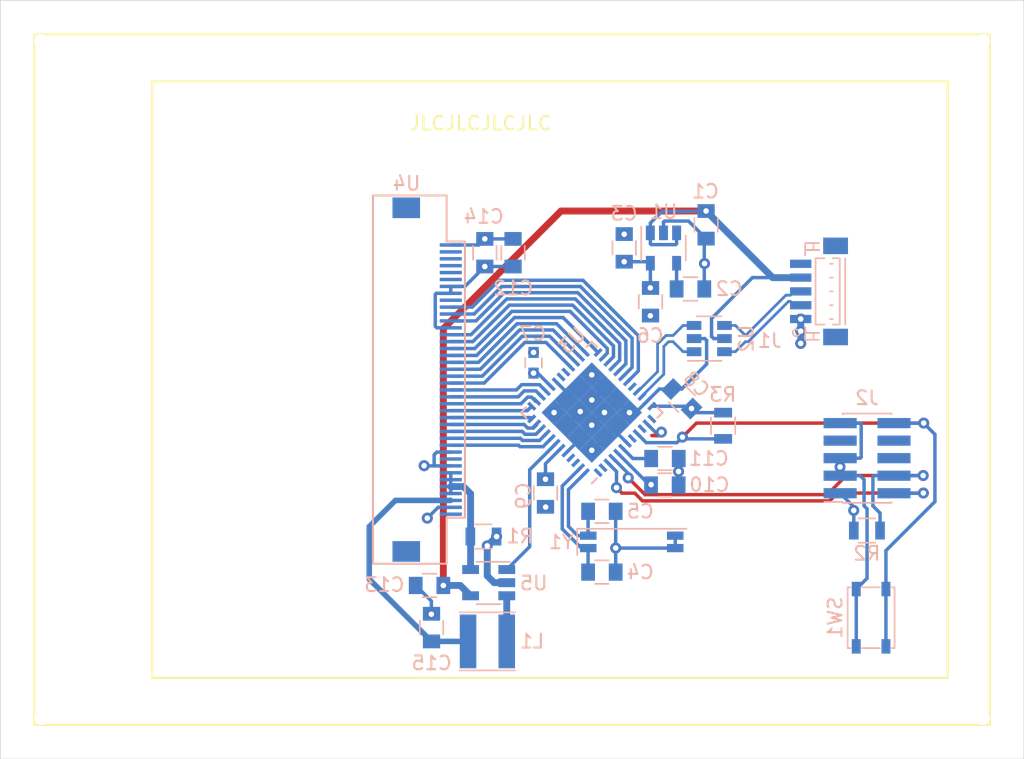
<source format=kicad_pcb>
(kicad_pcb (version 20171130) (host pcbnew "(5.1.9)-1")

  (general
    (thickness 1.6)
    (drawings 5)
    (tracks 374)
    (zones 0)
    (modules 28)
    (nets 54)
  )

  (page A4)
  (layers
    (0 F.Cu signal)
    (1 In1.Cu power)
    (2 In2.Cu power)
    (31 B.Cu signal)
    (32 B.Adhes user)
    (33 F.Adhes user)
    (34 B.Paste user)
    (35 F.Paste user)
    (36 B.SilkS user)
    (37 F.SilkS user)
    (38 B.Mask user)
    (39 F.Mask user)
    (40 Dwgs.User user)
    (41 Cmts.User user)
    (42 Eco1.User user)
    (43 Eco2.User user)
    (44 Edge.Cuts user)
    (45 Margin user)
    (46 B.CrtYd user)
    (47 F.CrtYd user)
    (48 B.Fab user)
    (49 F.Fab user)
  )

  (setup
    (last_trace_width 0.25)
    (trace_clearance 0.2)
    (zone_clearance 0.508)
    (zone_45_only yes)
    (trace_min 0.2)
    (via_size 0.8)
    (via_drill 0.4)
    (via_min_size 0.4)
    (via_min_drill 0.3)
    (uvia_size 0.3)
    (uvia_drill 0.1)
    (uvias_allowed no)
    (uvia_min_size 0.2)
    (uvia_min_drill 0.1)
    (edge_width 0.05)
    (segment_width 0.2)
    (pcb_text_width 0.3)
    (pcb_text_size 1.5 1.5)
    (mod_edge_width 0.12)
    (mod_text_size 1 1)
    (mod_text_width 0.15)
    (pad_size 1.524 1.524)
    (pad_drill 0.762)
    (pad_to_mask_clearance 0)
    (aux_axis_origin 0 0)
    (visible_elements 7FFFFFFF)
    (pcbplotparams
      (layerselection 0x010f0_ffffffff)
      (usegerberextensions false)
      (usegerberattributes true)
      (usegerberadvancedattributes true)
      (creategerberjobfile false)
      (excludeedgelayer true)
      (linewidth 0.100000)
      (plotframeref false)
      (viasonmask false)
      (mode 1)
      (useauxorigin false)
      (hpglpennumber 1)
      (hpglpenspeed 20)
      (hpglpendiameter 15.000000)
      (psnegative false)
      (psa4output false)
      (plotreference true)
      (plotvalue true)
      (plotinvisibletext false)
      (padsonsilk false)
      (subtractmaskfromsilk true)
      (outputformat 1)
      (mirror false)
      (drillshape 0)
      (scaleselection 1)
      (outputdirectory "Gerber/"))
  )

  (net 0 "")
  (net 1 5V)
  (net 2 GND)
  (net 3 "Net-(C2-Pad2)")
  (net 4 3.3V)
  (net 5 "Net-(C4-Pad1)")
  (net 6 "Net-(C5-Pad1)")
  (net 7 "Net-(C11-Pad2)")
  (net 8 LEDA)
  (net 9 USB_US_D-)
  (net 10 USB_US_D+)
  (net 11 "Net-(L1-Pad1)")
  (net 12 LEDK)
  (net 13 USB_D-)
  (net 14 USB_D+)
  (net 15 "Net-(U3-Pad3)")
  (net 16 "Net-(U3-Pad4)")
  (net 17 ~TFT_CS)
  (net 18 TFT_DC)
  (net 19 ~TFT_WR)
  (net 20 TFT_D0)
  (net 21 TFT_D1)
  (net 22 TFT_D2)
  (net 23 TFT_D3)
  (net 24 TFT_D4)
  (net 25 TFT_D5)
  (net 26 ~TFT_RST)
  (net 27 TFT_BL)
  (net 28 TFT_D6)
  (net 29 TFT_D7)
  (net 30 TFT_D8)
  (net 31 TFT_D9)
  (net 32 TFT_D10)
  (net 33 TFT_D11)
  (net 34 TFT_D12)
  (net 35 TFT_D13)
  (net 36 TFT_D14)
  (net 37 TFT_D15)
  (net 38 "Net-(U3-Pad32)")
  (net 39 "Net-(U3-Pad39)")
  (net 40 "Net-(U3-Pad41)")
  (net 41 "Net-(U3-Pad47)")
  (net 42 "Net-(U3-Pad48)")
  (net 43 "Net-(U3-Pad19)")
  (net 44 "Net-(U3-Pad20)")
  (net 45 SWDIO)
  (net 46 SWDCLK)
  (net 47 "Net-(J2-Pad6)")
  (net 48 "Net-(J2-Pad7)")
  (net 49 "Net-(J2-Pad8)")
  (net 50 ~RESET)
  (net 51 "Net-(J1-Pad5)")
  (net 52 "Net-(U3-Pad37)")
  (net 53 "Net-(U3-Pad38)")

  (net_class Default "This is the default net class."
    (clearance 0.2)
    (trace_width 0.25)
    (via_dia 0.8)
    (via_drill 0.4)
    (uvia_dia 0.3)
    (uvia_drill 0.1)
    (add_net 3.3V)
    (add_net 5V)
    (add_net GND)
    (add_net LEDA)
    (add_net LEDK)
    (add_net "Net-(C11-Pad2)")
    (add_net "Net-(C2-Pad2)")
    (add_net "Net-(C4-Pad1)")
    (add_net "Net-(C5-Pad1)")
    (add_net "Net-(J1-Pad5)")
    (add_net "Net-(J2-Pad6)")
    (add_net "Net-(J2-Pad7)")
    (add_net "Net-(J2-Pad8)")
    (add_net "Net-(L1-Pad1)")
    (add_net "Net-(U3-Pad19)")
    (add_net "Net-(U3-Pad20)")
    (add_net "Net-(U3-Pad3)")
    (add_net "Net-(U3-Pad32)")
    (add_net "Net-(U3-Pad37)")
    (add_net "Net-(U3-Pad38)")
    (add_net "Net-(U3-Pad39)")
    (add_net "Net-(U3-Pad4)")
    (add_net "Net-(U3-Pad41)")
    (add_net "Net-(U3-Pad47)")
    (add_net "Net-(U3-Pad48)")
    (add_net SWDCLK)
    (add_net SWDIO)
    (add_net TFT_BL)
    (add_net TFT_D0)
    (add_net TFT_D1)
    (add_net TFT_D10)
    (add_net TFT_D11)
    (add_net TFT_D12)
    (add_net TFT_D13)
    (add_net TFT_D14)
    (add_net TFT_D15)
    (add_net TFT_D2)
    (add_net TFT_D3)
    (add_net TFT_D4)
    (add_net TFT_D5)
    (add_net TFT_D6)
    (add_net TFT_D7)
    (add_net TFT_D8)
    (add_net TFT_D9)
    (add_net TFT_DC)
    (add_net USB_D+)
    (add_net USB_D-)
    (add_net USB_US_D+)
    (add_net USB_US_D-)
    (add_net ~RESET)
    (add_net ~TFT_CS)
    (add_net ~TFT_RST)
    (add_net ~TFT_WR)
  )

  (net_class USB ""
    (clearance 0.2)
    (trace_width 0.2)
    (via_dia 0.8)
    (via_drill 0.4)
    (uvia_dia 0.3)
    (uvia_drill 0.1)
  )

  (module Custom:NHD-2.8-240320AF-CSXP-F (layer F.Cu) (tedit 6107F1C2) (tstamp 61081501)
    (at 52.5145 40.1701)
    (path /5FBBECF6)
    (attr smd)
    (fp_text reference U4 (at -10.3886 -14.2113) (layer B.SilkS)
      (effects (font (size 1 1) (thickness 0.15)) (justify mirror))
    )
    (fp_text value NHD-2.8-240320AF-CSXP-F (at -12.321707 -0.000819 90) (layer B.Fab)
      (effects (font (size 1 1) (thickness 0.15)) (justify mirror))
    )
    (fp_line (start -7.493 -10.000819) (end -6.164707 -10.000819) (layer B.SilkS) (width 0.15))
    (fp_line (start -7.493 9.999181) (end -6.164707 9.999181) (layer B.SilkS) (width 0.15))
    (fp_line (start -7.493 -13.335) (end -7.493 -10.000819) (layer B.SilkS) (width 0.15))
    (fp_line (start -7.493 13.335) (end -7.493 9.999181) (layer B.SilkS) (width 0.15))
    (fp_line (start -12.827 -13.335) (end -7.493 -13.335) (layer B.SilkS) (width 0.15))
    (fp_line (start -12.827 13.335) (end -7.493 13.335) (layer B.SilkS) (width 0.15))
    (fp_line (start -12.827 -13.335) (end -12.827 13.335) (layer B.SilkS) (width 0.15))
    (fp_line (start -6.164707 9.999181) (end -6.164707 -10.000819) (layer B.SilkS) (width 0.15))
    (fp_line (start -37.35 -25) (end 31.85 -25) (layer F.SilkS) (width 0.15))
    (fp_line (start 31.85 -25) (end 31.85 25) (layer F.SilkS) (width 0.15))
    (fp_line (start 31.85 25) (end -37.35 25) (layer F.SilkS) (width 0.15))
    (fp_line (start -37.35 25) (end -37.35 -25) (layer F.SilkS) (width 0.15))
    (fp_line (start -28.8 -21.6) (end 28.8 -21.6) (layer F.SilkS) (width 0.15))
    (fp_line (start 28.8 -21.6) (end 28.8 21.6) (layer F.SilkS) (width 0.15))
    (fp_line (start 28.8 21.6) (end -28.8 21.6) (layer F.SilkS) (width 0.15))
    (fp_line (start -28.8 21.6) (end -28.8 -21.6) (layer F.SilkS) (width 0.15))
    (pad "" np_thru_hole oval (at -21.717 0 270) (size 27 6) (drill oval 27 6) (layers *.Cu *.Mask))
    (pad "" np_thru_hole circle (at -36.85 -24.51) (size 1 1) (drill 1) (layers *.Cu *.Mask))
    (pad "" np_thru_hole circle (at -36.85 24.51) (size 1 1) (drill 1) (layers *.Cu *.Mask))
    (pad "" np_thru_hole circle (at 31.3563 24.51) (size 1 1) (drill 1) (layers *.Cu *.Mask))
    (pad "" np_thru_hole circle (at 31.35 -24.51) (size 1 1) (drill 1) (layers *.Cu *.Mask))
    (pad 40 smd rect (at -7.189707 9.749181 90) (size 0.25 1.6) (layers B.Cu B.Paste B.Mask))
    (pad 39 smd rect (at -7.189707 9.249181 90) (size 0.25 1.6) (layers B.Cu B.Paste B.Mask)
      (net 2 GND))
    (pad 38 smd rect (at -7.189707 8.749181 90) (size 0.25 1.6) (layers B.Cu B.Paste B.Mask)
      (net 8 LEDA))
    (pad 37 smd rect (at -7.189707 8.249181 90) (size 0.25 1.6) (layers B.Cu B.Paste B.Mask)
      (net 12 LEDK))
    (pad 36 smd rect (at -7.189707 7.749181 90) (size 0.25 1.6) (layers B.Cu B.Paste B.Mask)
      (net 12 LEDK))
    (pad 35 smd rect (at -7.189707 7.249181 90) (size 0.25 1.6) (layers B.Cu B.Paste B.Mask)
      (net 12 LEDK))
    (pad 34 smd rect (at -7.189707 6.749181 90) (size 0.25 1.6) (layers B.Cu B.Paste B.Mask)
      (net 12 LEDK))
    (pad 33 smd rect (at -7.189707 6.249181 90) (size 0.25 1.6) (layers B.Cu B.Paste B.Mask)
      (net 2 GND))
    (pad 32 smd rect (at -7.189707 5.749181 90) (size 0.25 1.6) (layers B.Cu B.Paste B.Mask))
    (pad 31 smd rect (at -7.189707 5.249181 90) (size 0.25 1.6) (layers B.Cu B.Paste B.Mask)
      (net 2 GND))
    (pad 30 smd rect (at -7.189707 4.749181 90) (size 0.25 1.6) (layers B.Cu B.Paste B.Mask)
      (net 26 ~TFT_RST))
    (pad 29 smd rect (at -7.189707 4.249181 90) (size 0.25 1.6) (layers B.Cu B.Paste B.Mask)
      (net 37 TFT_D15))
    (pad 28 smd rect (at -7.189707 3.749181 90) (size 0.25 1.6) (layers B.Cu B.Paste B.Mask)
      (net 36 TFT_D14))
    (pad 27 smd rect (at -7.189707 3.249181 90) (size 0.25 1.6) (layers B.Cu B.Paste B.Mask)
      (net 35 TFT_D13))
    (pad 26 smd rect (at -7.189707 2.749181 90) (size 0.25 1.6) (layers B.Cu B.Paste B.Mask)
      (net 34 TFT_D12))
    (pad 25 smd rect (at -7.189707 2.249181 90) (size 0.25 1.6) (layers B.Cu B.Paste B.Mask)
      (net 33 TFT_D11))
    (pad 24 smd rect (at -7.189707 1.749181 90) (size 0.25 1.6) (layers B.Cu B.Paste B.Mask)
      (net 32 TFT_D10))
    (pad 23 smd rect (at -7.189707 1.249181 90) (size 0.25 1.6) (layers B.Cu B.Paste B.Mask)
      (net 31 TFT_D9))
    (pad 22 smd rect (at -7.189707 0.749181 90) (size 0.25 1.6) (layers B.Cu B.Paste B.Mask)
      (net 30 TFT_D8))
    (pad 21 smd rect (at -7.189707 0.249181 90) (size 0.25 1.6) (layers B.Cu B.Paste B.Mask)
      (net 29 TFT_D7))
    (pad 20 smd rect (at -7.189707 -0.250819 90) (size 0.25 1.6) (layers B.Cu B.Paste B.Mask)
      (net 28 TFT_D6))
    (pad 19 smd rect (at -7.189707 -0.750819 90) (size 0.25 1.6) (layers B.Cu B.Paste B.Mask)
      (net 25 TFT_D5))
    (pad 18 smd rect (at -7.189707 -1.250819 90) (size 0.25 1.6) (layers B.Cu B.Paste B.Mask)
      (net 24 TFT_D4))
    (pad 17 smd rect (at -7.189707 -1.750819 90) (size 0.25 1.6) (layers B.Cu B.Paste B.Mask)
      (net 23 TFT_D3))
    (pad 16 smd rect (at -7.189707 -2.250819 90) (size 0.25 1.6) (layers B.Cu B.Paste B.Mask)
      (net 22 TFT_D2))
    (pad 15 smd rect (at -7.189707 -2.750819 90) (size 0.25 1.6) (layers B.Cu B.Paste B.Mask)
      (net 21 TFT_D1))
    (pad 14 smd rect (at -7.189707 -3.250819 90) (size 0.25 1.6) (layers B.Cu B.Paste B.Mask)
      (net 20 TFT_D0))
    (pad 13 smd rect (at -7.189707 -3.750819 90) (size 0.25 1.6) (layers B.Cu B.Paste B.Mask)
      (net 4 3.3V))
    (pad 12 smd rect (at -7.189707 -4.250819 90) (size 0.25 1.6) (layers B.Cu B.Paste B.Mask)
      (net 19 ~TFT_WR))
    (pad 11 smd rect (at -7.189707 -4.750819 90) (size 0.25 1.6) (layers B.Cu B.Paste B.Mask)
      (net 18 TFT_DC))
    (pad 10 smd rect (at -7.189707 -5.250819 90) (size 0.25 1.6) (layers B.Cu B.Paste B.Mask)
      (net 17 ~TFT_CS))
    (pad 9 smd rect (at -7.189707 -5.750819 90) (size 0.25 1.6) (layers B.Cu B.Paste B.Mask))
    (pad 8 smd rect (at -7.189707 -6.250819 90) (size 0.25 1.6) (layers B.Cu B.Paste B.Mask)
      (net 4 3.3V))
    (pad 7 smd rect (at -7.189707 -6.750819 90) (size 0.25 1.6) (layers B.Cu B.Paste B.Mask)
      (net 4 3.3V))
    (pad 6 smd rect (at -7.189707 -7.250819 90) (size 0.25 1.6) (layers B.Cu B.Paste B.Mask))
    (pad 5 smd rect (at -7.189707 -7.750819 90) (size 0.25 1.6) (layers B.Cu B.Paste B.Mask))
    (pad 4 smd rect (at -7.189707 -8.250819 90) (size 0.25 1.6) (layers B.Cu B.Paste B.Mask))
    (pad 3 smd rect (at -7.189707 -8.750819 90) (size 0.25 1.6) (layers B.Cu B.Paste B.Mask))
    (pad 2 smd rect (at -7.189707 -9.250819 90) (size 0.25 1.6) (layers B.Cu B.Paste B.Mask))
    (pad 1 smd rect (at -7.189707 -9.750819 90) (size 0.25 1.6) (layers B.Cu B.Paste B.Mask)
      (net 2 GND))
    (pad 0 smd rect (at -10.414 12.446 90) (size 1.5 2) (layers B.Cu B.Paste B.Mask))
    (pad 0 smd rect (at -10.414 -12.446 90) (size 1.5 2) (layers B.Cu B.Paste B.Mask))
    (model C:/Users/dc/Hobby/Elektronik/KiCAD-Bibliotheken/3D-Modelle/NHD-2.8-240320AF-CSXP-F_folded.stp
      (offset (xyz -2.75 0 0))
      (scale (xyz 1 1 1))
      (rotate (xyz 0 0 90))
    )
    (model C:/Users/dc/Hobby/Elektronik/KiCAD-Bibliotheken/3D-Modelle/Molex_541324062.stp
      (offset (xyz -7.7 -0.5 -1.799))
      (scale (xyz 1 1 1))
      (rotate (xyz 90 0 -90))
    )
  )

  (module Crystals:Crystal_SMD_SeikoEpson_MC146-4pin_6.7x1.5mm (layer B.Cu) (tedit 58CD2E9D) (tstamp 60747DA9)
    (at 58.433099 51.9231)
    (descr "SMD Crystal Seiko Epson MC-146 https://support.epson.biz/td/api/doc_check.php?dl=brief_MC-156_en.pdf, 6.7x1.5mm^2 package")
    (tags "SMD SMT crystal")
    (path /6075063B)
    (attr smd)
    (fp_text reference Y1 (at -5.105799 0.0072) (layer B.SilkS)
      (effects (font (size 1 1) (thickness 0.15)) (justify mirror))
    )
    (fp_text value 32.768k (at 0 -1.95) (layer B.Fab)
      (effects (font (size 1 1) (thickness 0.15)) (justify mirror))
    )
    (fp_line (start -2.95 0.75) (end 2.95 0.75) (layer B.Fab) (width 0.1))
    (fp_line (start 2.95 0.75) (end 3.35 0.35) (layer B.Fab) (width 0.1))
    (fp_line (start 3.35 0.35) (end 3.35 -0.35) (layer B.Fab) (width 0.1))
    (fp_line (start 3.35 -0.35) (end 2.95 -0.75) (layer B.Fab) (width 0.1))
    (fp_line (start 2.95 -0.75) (end -2.95 -0.75) (layer B.Fab) (width 0.1))
    (fp_line (start -2.95 -0.75) (end -3.35 -0.35) (layer B.Fab) (width 0.1))
    (fp_line (start -3.35 -0.35) (end -3.35 0.35) (layer B.Fab) (width 0.1))
    (fp_line (start -3.35 0.35) (end -2.95 0.75) (layer B.Fab) (width 0.1))
    (fp_line (start -2.85 0.75) (end -2.85 -0.75) (layer B.Fab) (width 0.1))
    (fp_line (start -3.95 0.95) (end -3.95 -0.95) (layer B.SilkS) (width 0.12))
    (fp_line (start -3.95 -0.95) (end 3.95 -0.95) (layer B.SilkS) (width 0.12))
    (fp_line (start -4 1) (end -4 -1) (layer B.CrtYd) (width 0.05))
    (fp_line (start -4 -1) (end 4 -1) (layer B.CrtYd) (width 0.05))
    (fp_line (start 4 -1) (end 4 1) (layer B.CrtYd) (width 0.05))
    (fp_line (start 4 1) (end -4 1) (layer B.CrtYd) (width 0.05))
    (fp_text user %R (at 0 0) (layer B.Fab)
      (effects (font (size 1 1) (thickness 0.15)) (justify mirror))
    )
    (pad 1 smd rect (at -3.15 -0.45) (size 1.2 0.6) (layers B.Cu B.Paste B.Mask)
      (net 6 "Net-(C5-Pad1)"))
    (pad 2 smd rect (at 3.15 -0.45) (size 1.2 0.6) (layers B.Cu B.Paste B.Mask)
      (net 2 GND))
    (pad 3 smd rect (at 3.15 0.45) (size 1.2 0.6) (layers B.Cu B.Paste B.Mask)
      (net 2 GND))
    (pad 4 smd rect (at -3.15 0.45) (size 1.2 0.6) (layers B.Cu B.Paste B.Mask)
      (net 5 "Net-(C4-Pad1)"))
    (model ${KISYS3DMOD}/Crystals.3dshapes/Crystal_SMD_SeikoEpson_MC146-4pin_6.7x1.5mm.wrl
      (at (xyz 0 0 0))
      (scale (xyz 1 1 1))
      (rotate (xyz 0 0 0))
    )
  )

  (module Buttons_Switches_SMD:SW_SPST_PTS810 (layer B.Cu) (tedit 59406EBE) (tstamp 603C0C5B)
    (at 75.7682 57.4167 270)
    (descr "C&K Components, PTS 810 Series, Microminiature SMT Top Actuated, http://www.ckswitches.com/media/1476/pts810.pdf")
    (tags "SPST Button Switch")
    (path /603D339B)
    (attr smd)
    (fp_text reference SW1 (at 0 2.6 90) (layer B.SilkS)
      (effects (font (size 1 1) (thickness 0.15)) (justify mirror))
    )
    (fp_text value SW_Push (at 0 -2.6 90) (layer B.Fab)
      (effects (font (size 1 1) (thickness 0.15)) (justify mirror))
    )
    (fp_line (start 2.1 -1.6) (end 2.1 1.6) (layer B.Fab) (width 0.1))
    (fp_line (start 2.1 1.6) (end -2.1 1.6) (layer B.Fab) (width 0.1))
    (fp_line (start -2.1 1.6) (end -2.1 -1.6) (layer B.Fab) (width 0.1))
    (fp_line (start -2.1 -1.6) (end 2.1 -1.6) (layer B.Fab) (width 0.1))
    (fp_line (start -0.4 1.1) (end 0.4 1.1) (layer B.Fab) (width 0.1))
    (fp_line (start 0.4 -1.1) (end -0.4 -1.1) (layer B.Fab) (width 0.1))
    (fp_line (start 2.2 1.7) (end -2.2 1.7) (layer B.SilkS) (width 0.12))
    (fp_line (start -2.2 1.7) (end -2.2 1.5) (layer B.SilkS) (width 0.12))
    (fp_line (start -2.2 0.65) (end -2.2 -0.65) (layer B.SilkS) (width 0.12))
    (fp_line (start -2.2 -1.5) (end -2.2 -1.7) (layer B.SilkS) (width 0.12))
    (fp_line (start -2.2 -1.7) (end 2.2 -1.7) (layer B.SilkS) (width 0.12))
    (fp_line (start 2.2 -1.7) (end 2.2 -1.5) (layer B.SilkS) (width 0.12))
    (fp_line (start 2.2 -0.65) (end 2.2 0.65) (layer B.SilkS) (width 0.12))
    (fp_line (start 2.2 1.5) (end 2.2 1.7) (layer B.SilkS) (width 0.12))
    (fp_line (start 2.85 1.85) (end 2.85 -1.85) (layer B.CrtYd) (width 0.05))
    (fp_line (start 2.85 -1.85) (end -2.85 -1.85) (layer B.CrtYd) (width 0.05))
    (fp_line (start -2.85 -1.85) (end -2.85 1.85) (layer B.CrtYd) (width 0.05))
    (fp_line (start -2.85 1.85) (end 2.85 1.85) (layer B.CrtYd) (width 0.05))
    (fp_text user %R (at 0 0 90) (layer B.Fab)
      (effects (font (size 0.6 0.6) (thickness 0.06)) (justify mirror))
    )
    (fp_arc (start -0.4 0) (end -0.4 -1.1) (angle -180) (layer B.Fab) (width 0.1))
    (fp_arc (start 0.4 0) (end 0.4 1.1) (angle -180) (layer B.Fab) (width 0.1))
    (pad 1 smd rect (at -2.075 1.075 270) (size 1.05 0.65) (layers B.Cu B.Paste B.Mask)
      (net 2 GND))
    (pad 1 smd rect (at 2.075 1.075 270) (size 1.05 0.65) (layers B.Cu B.Paste B.Mask)
      (net 2 GND))
    (pad 2 smd rect (at -2.075 -1.075 270) (size 1.05 0.65) (layers B.Cu B.Paste B.Mask)
      (net 50 ~RESET))
    (pad 2 smd rect (at 2.075 -1.075 270) (size 1.05 0.65) (layers B.Cu B.Paste B.Mask)
      (net 50 ~RESET))
    (model ${KISYS3DMOD}/Buttons_Switches_SMD.3dshapes/SW_SPST_PTS810.wrl
      (at (xyz 0 0 0))
      (scale (xyz 1 1 1))
      (rotate (xyz 0 0 0))
    )
  )

  (module Resistors_SMD:R_0805 (layer B.Cu) (tedit 58E0A804) (tstamp 603C0C58)
    (at 65.0494 43.512701 270)
    (descr "Resistor SMD 0805, reflow soldering, Vishay (see dcrcw.pdf)")
    (tags "resistor 0805")
    (path /603D5250)
    (attr smd)
    (fp_text reference R3 (at -2.263101 0.0254 180) (layer B.SilkS)
      (effects (font (size 1 1) (thickness 0.15)) (justify mirror))
    )
    (fp_text value 10k (at 0 -1.75 90) (layer B.Fab)
      (effects (font (size 1 1) (thickness 0.15)) (justify mirror))
    )
    (fp_line (start 1.55 -0.9) (end -1.55 -0.9) (layer B.CrtYd) (width 0.05))
    (fp_line (start 1.55 -0.9) (end 1.55 0.9) (layer B.CrtYd) (width 0.05))
    (fp_line (start -1.55 0.9) (end -1.55 -0.9) (layer B.CrtYd) (width 0.05))
    (fp_line (start -1.55 0.9) (end 1.55 0.9) (layer B.CrtYd) (width 0.05))
    (fp_line (start -0.6 0.88) (end 0.6 0.88) (layer B.SilkS) (width 0.12))
    (fp_line (start 0.6 -0.88) (end -0.6 -0.88) (layer B.SilkS) (width 0.12))
    (fp_line (start -1 0.62) (end 1 0.62) (layer B.Fab) (width 0.1))
    (fp_line (start 1 0.62) (end 1 -0.62) (layer B.Fab) (width 0.1))
    (fp_line (start 1 -0.62) (end -1 -0.62) (layer B.Fab) (width 0.1))
    (fp_line (start -1 -0.62) (end -1 0.62) (layer B.Fab) (width 0.1))
    (fp_text user %R (at 0 0 90) (layer B.Fab)
      (effects (font (size 0.5 0.5) (thickness 0.075)) (justify mirror))
    )
    (pad 1 smd rect (at -0.95 0 270) (size 0.7 1.3) (layers B.Cu B.Paste B.Mask)
      (net 4 3.3V))
    (pad 2 smd rect (at 0.95 0 270) (size 0.7 1.3) (layers B.Cu B.Paste B.Mask)
      (net 50 ~RESET))
    (model ${KISYS3DMOD}/Resistors_SMD.3dshapes/R_0805.wrl
      (at (xyz 0 0 0))
      (scale (xyz 1 1 1))
      (rotate (xyz 0 0 0))
    )
  )

  (module Connectors_JST:JST_SH_BM05B-SRSS-TB_05x1.00mm_Straight (layer B.Cu) (tedit 56B07435) (tstamp 603BF1E8)
    (at 71.9328 33.782 90)
    (descr http://www.jst-mfg.com/product/pdf/eng/eSH.pdf)
    (tags "connector jst sh")
    (path /5FE3EB5F)
    (attr smd)
    (fp_text reference J1 (at -3.5687 -3.5179 180) (layer B.SilkS)
      (effects (font (size 1 1) (thickness 0.15)) (justify mirror))
    )
    (fp_text value Conn_01x05 (at 0 -3.5 90) (layer B.Fab)
      (effects (font (size 1 1) (thickness 0.15)) (justify mirror))
    )
    (fp_line (start 4.4 -2.55) (end -4.4 -2.55) (layer B.CrtYd) (width 0.05))
    (fp_line (start 4.4 2.7) (end 4.4 -2.55) (layer B.CrtYd) (width 0.05))
    (fp_line (start -4.4 2.7) (end 4.4 2.7) (layer B.CrtYd) (width 0.05))
    (fp_line (start -4.4 -2.55) (end -4.4 2.7) (layer B.CrtYd) (width 0.05))
    (fp_line (start 2 1.0625) (end 2 0.8625) (layer B.SilkS) (width 0.12))
    (fp_line (start 1 1.0625) (end 1 0.8625) (layer B.SilkS) (width 0.12))
    (fp_line (start 0 1.0625) (end 0 0.8625) (layer B.SilkS) (width 0.12))
    (fp_line (start -1 1.0625) (end -1 0.8625) (layer B.SilkS) (width 0.12))
    (fp_line (start -2 1.0625) (end -2 0.8625) (layer B.SilkS) (width 0.12))
    (fp_line (start 2.4 -0.1875) (end 2.4 0.4625) (layer B.SilkS) (width 0.12))
    (fp_line (start -2.4 -0.1875) (end 2.4 -0.1875) (layer B.SilkS) (width 0.12))
    (fp_line (start -2.4 0.4625) (end -2.4 -0.1875) (layer B.SilkS) (width 0.12))
    (fp_line (start 2.4 1.5625) (end 2.4 1.0625) (layer B.SilkS) (width 0.12))
    (fp_line (start -2.4 1.5625) (end 2.4 1.5625) (layer B.SilkS) (width 0.12))
    (fp_line (start -2.4 1.0625) (end -2.4 1.5625) (layer B.SilkS) (width 0.12))
    (fp_line (start 3.5 -0.3375) (end 3 -0.3375) (layer B.SilkS) (width 0.12))
    (fp_line (start 3.5 -0.3375) (end 3.5 -0.3375) (layer B.SilkS) (width 0.12))
    (fp_line (start 3 -0.3375) (end 3.5 -0.3375) (layer B.SilkS) (width 0.12))
    (fp_line (start 3 -0.3375) (end 3 -0.3375) (layer B.SilkS) (width 0.12))
    (fp_line (start 3 -0.9375) (end 3 -0.9375) (layer B.SilkS) (width 0.12))
    (fp_line (start 3 0.0625) (end 3 -0.9375) (layer B.SilkS) (width 0.12))
    (fp_line (start 3 0.0625) (end 3 0.0625) (layer B.SilkS) (width 0.12))
    (fp_line (start 3 -0.9375) (end 3 0.0625) (layer B.SilkS) (width 0.12))
    (fp_line (start 3.5 -0.9375) (end 2.6 -0.9375) (layer B.SilkS) (width 0.12))
    (fp_line (start 3.5 0.0625) (end 3.5 -0.9375) (layer B.SilkS) (width 0.12))
    (fp_line (start -3.5 -0.3375) (end -3 -0.3375) (layer B.SilkS) (width 0.12))
    (fp_line (start -3.5 -0.3375) (end -3.5 -0.3375) (layer B.SilkS) (width 0.12))
    (fp_line (start -3 -0.3375) (end -3.5 -0.3375) (layer B.SilkS) (width 0.12))
    (fp_line (start -3 -0.3375) (end -3 -0.3375) (layer B.SilkS) (width 0.12))
    (fp_line (start -3 -0.9375) (end -3 -0.9375) (layer B.SilkS) (width 0.12))
    (fp_line (start -3 0.0625) (end -3 -0.9375) (layer B.SilkS) (width 0.12))
    (fp_line (start -3 0.0625) (end -3 0.0625) (layer B.SilkS) (width 0.12))
    (fp_line (start -3 -0.9375) (end -3 0.0625) (layer B.SilkS) (width 0.12))
    (fp_line (start -3.5 -0.9375) (end -2.6 -0.9375) (layer B.SilkS) (width 0.12))
    (fp_line (start -3.5 0.0625) (end -3.5 -0.9375) (layer B.SilkS) (width 0.12))
    (fp_line (start -2.4 1.9625) (end 2.4 1.9625) (layer B.SilkS) (width 0.12))
    (fp_circle (center -3 -1.5875) (end -2.75 -1.5875) (layer B.SilkS) (width 0.12))
    (pad 1 smd rect (at -2 -1.2625 90) (size 0.6 1.55) (layers B.Cu B.Paste B.Mask)
      (net 2 GND))
    (pad 2 smd rect (at -1 -1.2625 90) (size 0.6 1.55) (layers B.Cu B.Paste B.Mask)
      (net 10 USB_US_D+))
    (pad 3 smd rect (at 0 -1.2625 90) (size 0.6 1.55) (layers B.Cu B.Paste B.Mask)
      (net 9 USB_US_D-))
    (pad 4 smd rect (at 1 -1.2625 90) (size 0.6 1.55) (layers B.Cu B.Paste B.Mask)
      (net 1 5V))
    (pad 5 smd rect (at 2 -1.2625 90) (size 0.6 1.55) (layers B.Cu B.Paste B.Mask)
      (net 51 "Net-(J1-Pad5)"))
    (pad "" smd rect (at -3.3 1.2625 90) (size 1.2 1.8) (layers B.Cu B.Paste B.Mask))
    (pad "" smd rect (at 3.3 1.2625 90) (size 1.2 1.8) (layers B.Cu B.Paste B.Mask))
  )

  (module Resistors_SMD:R_0805 (layer B.Cu) (tedit 58E0A804) (tstamp 5FD564A5)
    (at 75.4659 51.1048)
    (descr "Resistor SMD 0805, reflow soldering, Vishay (see dcrcw.pdf)")
    (tags "resistor 0805")
    (path /5FDA6B25)
    (attr smd)
    (fp_text reference R2 (at 0 1.65) (layer B.SilkS)
      (effects (font (size 1 1) (thickness 0.15)) (justify mirror))
    )
    (fp_text value 10k (at 0 -1.75) (layer B.Fab)
      (effects (font (size 1 1) (thickness 0.15)) (justify mirror))
    )
    (fp_line (start 1.55 -0.9) (end -1.55 -0.9) (layer B.CrtYd) (width 0.05))
    (fp_line (start 1.55 -0.9) (end 1.55 0.9) (layer B.CrtYd) (width 0.05))
    (fp_line (start -1.55 0.9) (end -1.55 -0.9) (layer B.CrtYd) (width 0.05))
    (fp_line (start -1.55 0.9) (end 1.55 0.9) (layer B.CrtYd) (width 0.05))
    (fp_line (start -0.6 0.88) (end 0.6 0.88) (layer B.SilkS) (width 0.12))
    (fp_line (start 0.6 -0.88) (end -0.6 -0.88) (layer B.SilkS) (width 0.12))
    (fp_line (start -1 0.62) (end 1 0.62) (layer B.Fab) (width 0.1))
    (fp_line (start 1 0.62) (end 1 -0.62) (layer B.Fab) (width 0.1))
    (fp_line (start 1 -0.62) (end -1 -0.62) (layer B.Fab) (width 0.1))
    (fp_line (start -1 -0.62) (end -1 0.62) (layer B.Fab) (width 0.1))
    (fp_text user %R (at 0 0) (layer B.Fab)
      (effects (font (size 0.5 0.5) (thickness 0.075)) (justify mirror))
    )
    (pad 1 smd rect (at -0.95 0) (size 0.7 1.3) (layers B.Cu B.Paste B.Mask)
      (net 4 3.3V))
    (pad 2 smd rect (at 0.95 0) (size 0.7 1.3) (layers B.Cu B.Paste B.Mask)
      (net 46 SWDCLK))
    (model ${KISYS3DMOD}/Resistors_SMD.3dshapes/R_0805.wrl
      (at (xyz 0 0 0))
      (scale (xyz 1 1 1))
      (rotate (xyz 0 0 0))
    )
  )

  (module Pin_Headers:Pin_Header_Straight_2x05_Pitch1.27mm_SMD (layer B.Cu) (tedit 59650536) (tstamp 5FD56452)
    (at 75.4761 45.8597)
    (descr "surface-mounted straight pin header, 2x05, 1.27mm pitch, double rows")
    (tags "Surface mounted pin header SMD 2x05 1.27mm double row")
    (path /5FD5D1FB)
    (attr smd)
    (fp_text reference J2 (at 0 -4.3688) (layer B.SilkS)
      (effects (font (size 1 1) (thickness 0.15)) (justify mirror))
    )
    (fp_text value Conn_ARM_JTAG_SWD_10 (at 0 -4.235) (layer B.Fab)
      (effects (font (size 1 1) (thickness 0.15)) (justify mirror))
    )
    (fp_line (start 4.3 3.7) (end -4.3 3.7) (layer B.CrtYd) (width 0.05))
    (fp_line (start 4.3 -3.7) (end 4.3 3.7) (layer B.CrtYd) (width 0.05))
    (fp_line (start -4.3 -3.7) (end 4.3 -3.7) (layer B.CrtYd) (width 0.05))
    (fp_line (start -4.3 3.7) (end -4.3 -3.7) (layer B.CrtYd) (width 0.05))
    (fp_line (start 1.765 -3.17) (end 1.765 -3.235) (layer B.SilkS) (width 0.12))
    (fp_line (start -1.765 -3.17) (end -1.765 -3.235) (layer B.SilkS) (width 0.12))
    (fp_line (start 1.765 3.235) (end 1.765 3.17) (layer B.SilkS) (width 0.12))
    (fp_line (start -1.765 3.235) (end -1.765 3.17) (layer B.SilkS) (width 0.12))
    (fp_line (start -3.09 3.17) (end -1.765 3.17) (layer B.SilkS) (width 0.12))
    (fp_line (start -1.765 -3.235) (end 1.765 -3.235) (layer B.SilkS) (width 0.12))
    (fp_line (start -1.765 3.235) (end 1.765 3.235) (layer B.SilkS) (width 0.12))
    (fp_line (start 2.75 -2.74) (end 1.705 -2.74) (layer B.Fab) (width 0.1))
    (fp_line (start 2.75 -2.34) (end 2.75 -2.74) (layer B.Fab) (width 0.1))
    (fp_line (start 1.705 -2.34) (end 2.75 -2.34) (layer B.Fab) (width 0.1))
    (fp_line (start -2.75 -2.74) (end -1.705 -2.74) (layer B.Fab) (width 0.1))
    (fp_line (start -2.75 -2.34) (end -2.75 -2.74) (layer B.Fab) (width 0.1))
    (fp_line (start -1.705 -2.34) (end -2.75 -2.34) (layer B.Fab) (width 0.1))
    (fp_line (start 2.75 -1.47) (end 1.705 -1.47) (layer B.Fab) (width 0.1))
    (fp_line (start 2.75 -1.07) (end 2.75 -1.47) (layer B.Fab) (width 0.1))
    (fp_line (start 1.705 -1.07) (end 2.75 -1.07) (layer B.Fab) (width 0.1))
    (fp_line (start -2.75 -1.47) (end -1.705 -1.47) (layer B.Fab) (width 0.1))
    (fp_line (start -2.75 -1.07) (end -2.75 -1.47) (layer B.Fab) (width 0.1))
    (fp_line (start -1.705 -1.07) (end -2.75 -1.07) (layer B.Fab) (width 0.1))
    (fp_line (start 2.75 -0.2) (end 1.705 -0.2) (layer B.Fab) (width 0.1))
    (fp_line (start 2.75 0.2) (end 2.75 -0.2) (layer B.Fab) (width 0.1))
    (fp_line (start 1.705 0.2) (end 2.75 0.2) (layer B.Fab) (width 0.1))
    (fp_line (start -2.75 -0.2) (end -1.705 -0.2) (layer B.Fab) (width 0.1))
    (fp_line (start -2.75 0.2) (end -2.75 -0.2) (layer B.Fab) (width 0.1))
    (fp_line (start -1.705 0.2) (end -2.75 0.2) (layer B.Fab) (width 0.1))
    (fp_line (start 2.75 1.07) (end 1.705 1.07) (layer B.Fab) (width 0.1))
    (fp_line (start 2.75 1.47) (end 2.75 1.07) (layer B.Fab) (width 0.1))
    (fp_line (start 1.705 1.47) (end 2.75 1.47) (layer B.Fab) (width 0.1))
    (fp_line (start -2.75 1.07) (end -1.705 1.07) (layer B.Fab) (width 0.1))
    (fp_line (start -2.75 1.47) (end -2.75 1.07) (layer B.Fab) (width 0.1))
    (fp_line (start -1.705 1.47) (end -2.75 1.47) (layer B.Fab) (width 0.1))
    (fp_line (start 2.75 2.34) (end 1.705 2.34) (layer B.Fab) (width 0.1))
    (fp_line (start 2.75 2.74) (end 2.75 2.34) (layer B.Fab) (width 0.1))
    (fp_line (start 1.705 2.74) (end 2.75 2.74) (layer B.Fab) (width 0.1))
    (fp_line (start -2.75 2.34) (end -1.705 2.34) (layer B.Fab) (width 0.1))
    (fp_line (start -2.75 2.74) (end -2.75 2.34) (layer B.Fab) (width 0.1))
    (fp_line (start -1.705 2.74) (end -2.75 2.74) (layer B.Fab) (width 0.1))
    (fp_line (start 1.705 3.175) (end 1.705 -3.175) (layer B.Fab) (width 0.1))
    (fp_line (start -1.705 2.74) (end -1.27 3.175) (layer B.Fab) (width 0.1))
    (fp_line (start -1.705 -3.175) (end -1.705 2.74) (layer B.Fab) (width 0.1))
    (fp_line (start -1.27 3.175) (end 1.705 3.175) (layer B.Fab) (width 0.1))
    (fp_line (start 1.705 -3.175) (end -1.705 -3.175) (layer B.Fab) (width 0.1))
    (fp_text user %R (at 0 0 -90) (layer B.Fab)
      (effects (font (size 1 1) (thickness 0.15)) (justify mirror))
    )
    (pad 1 smd rect (at -1.95 2.54) (size 2.4 0.74) (layers B.Cu B.Paste B.Mask)
      (net 4 3.3V))
    (pad 2 smd rect (at 1.95 2.54) (size 2.4 0.74) (layers B.Cu B.Paste B.Mask)
      (net 45 SWDIO))
    (pad 3 smd rect (at -1.95 1.27) (size 2.4 0.74) (layers B.Cu B.Paste B.Mask)
      (net 2 GND))
    (pad 4 smd rect (at 1.95 1.27) (size 2.4 0.74) (layers B.Cu B.Paste B.Mask)
      (net 46 SWDCLK))
    (pad 5 smd rect (at -1.95 0) (size 2.4 0.74) (layers B.Cu B.Paste B.Mask)
      (net 2 GND))
    (pad 6 smd rect (at 1.95 0) (size 2.4 0.74) (layers B.Cu B.Paste B.Mask)
      (net 47 "Net-(J2-Pad6)"))
    (pad 7 smd rect (at -1.95 -1.27) (size 2.4 0.74) (layers B.Cu B.Paste B.Mask)
      (net 48 "Net-(J2-Pad7)"))
    (pad 8 smd rect (at 1.95 -1.27) (size 2.4 0.74) (layers B.Cu B.Paste B.Mask)
      (net 49 "Net-(J2-Pad8)"))
    (pad 9 smd rect (at -1.95 -2.54) (size 2.4 0.74) (layers B.Cu B.Paste B.Mask)
      (net 2 GND))
    (pad 10 smd rect (at 1.95 -2.54) (size 2.4 0.74) (layers B.Cu B.Paste B.Mask)
      (net 50 ~RESET))
    (model ${KISYS3DMOD}/Pin_Headers.3dshapes/Pin_Header_Straight_2x05_Pitch1.27mm_SMD.wrl
      (at (xyz 0 0 0))
      (scale (xyz 1 1 1))
      (rotate (xyz 0 0 0))
    )
  )

  (module Capacitors_SMD:C_0805 (layer B.Cu) (tedit 58AA8463) (tstamp 5FB9B4B4)
    (at 59.7916 34.5313 270)
    (descr "Capacitor SMD 0805, reflow soldering, AVX (see smccp.pdf)")
    (tags "capacitor 0805")
    (path /5FC8B666)
    (attr smd)
    (fp_text reference C6 (at 2.4511 0.0254 180) (layer B.SilkS)
      (effects (font (size 1 1) (thickness 0.15)) (justify mirror))
    )
    (fp_text value 1u (at 0 -1.75 90) (layer B.Fab)
      (effects (font (size 1 1) (thickness 0.15)) (justify mirror))
    )
    (fp_line (start -1 -0.62) (end -1 0.62) (layer B.Fab) (width 0.1))
    (fp_line (start 1 -0.62) (end -1 -0.62) (layer B.Fab) (width 0.1))
    (fp_line (start 1 0.62) (end 1 -0.62) (layer B.Fab) (width 0.1))
    (fp_line (start -1 0.62) (end 1 0.62) (layer B.Fab) (width 0.1))
    (fp_line (start 0.5 0.85) (end -0.5 0.85) (layer B.SilkS) (width 0.12))
    (fp_line (start -0.5 -0.85) (end 0.5 -0.85) (layer B.SilkS) (width 0.12))
    (fp_line (start -1.75 0.88) (end 1.75 0.88) (layer B.CrtYd) (width 0.05))
    (fp_line (start -1.75 0.88) (end -1.75 -0.87) (layer B.CrtYd) (width 0.05))
    (fp_line (start 1.75 -0.87) (end 1.75 0.88) (layer B.CrtYd) (width 0.05))
    (fp_line (start 1.75 -0.87) (end -1.75 -0.87) (layer B.CrtYd) (width 0.05))
    (fp_text user %R (at 0 1.5 90) (layer B.Fab)
      (effects (font (size 1 1) (thickness 0.15)) (justify mirror))
    )
    (pad 1 smd rect (at -1 0 270) (size 1 1.25) (layers B.Cu B.Paste B.Mask)
      (net 4 3.3V))
    (pad 2 smd rect (at 1 0 270) (size 1 1.25) (layers B.Cu B.Paste B.Mask)
      (net 2 GND))
    (model Capacitors_SMD.3dshapes/C_0805.wrl
      (at (xyz 0 0 0))
      (scale (xyz 1 1 1))
      (rotate (xyz 0 0 0))
    )
  )

  (module Capacitors_SMD:C_0603 (layer B.Cu) (tedit 59958EE7) (tstamp 5FB99B88)
    (at 51.3207 38.9509 90)
    (descr "Capacitor SMD 0603, reflow soldering, AVX (see smccp.pdf)")
    (tags "capacitor 0603")
    (path /5FBEC9E7)
    (attr smd)
    (fp_text reference C7 (at 2.1082 -0.0635 180) (layer B.SilkS)
      (effects (font (size 1 1) (thickness 0.15)) (justify mirror))
    )
    (fp_text value 100n (at 0 -1.5 90) (layer B.Fab)
      (effects (font (size 1 1) (thickness 0.15)) (justify mirror))
    )
    (fp_line (start 1.4 -0.65) (end -1.4 -0.65) (layer B.CrtYd) (width 0.05))
    (fp_line (start 1.4 -0.65) (end 1.4 0.65) (layer B.CrtYd) (width 0.05))
    (fp_line (start -1.4 0.65) (end -1.4 -0.65) (layer B.CrtYd) (width 0.05))
    (fp_line (start -1.4 0.65) (end 1.4 0.65) (layer B.CrtYd) (width 0.05))
    (fp_line (start 0.35 -0.6) (end -0.35 -0.6) (layer B.SilkS) (width 0.12))
    (fp_line (start -0.35 0.6) (end 0.35 0.6) (layer B.SilkS) (width 0.12))
    (fp_line (start -0.8 0.4) (end 0.8 0.4) (layer B.Fab) (width 0.1))
    (fp_line (start 0.8 0.4) (end 0.8 -0.4) (layer B.Fab) (width 0.1))
    (fp_line (start 0.8 -0.4) (end -0.8 -0.4) (layer B.Fab) (width 0.1))
    (fp_line (start -0.8 -0.4) (end -0.8 0.4) (layer B.Fab) (width 0.1))
    (fp_text user %R (at 0 0 90) (layer B.Fab)
      (effects (font (size 0.3 0.3) (thickness 0.075)) (justify mirror))
    )
    (pad 2 smd rect (at 0.75 0 90) (size 0.8 0.75) (layers B.Cu B.Paste B.Mask)
      (net 2 GND))
    (pad 1 smd rect (at -0.75 0 90) (size 0.8 0.75) (layers B.Cu B.Paste B.Mask)
      (net 4 3.3V))
    (model Capacitors_SMD.3dshapes/C_0603.wrl
      (at (xyz 0 0 0))
      (scale (xyz 1 1 1))
      (rotate (xyz 0 0 0))
    )
  )

  (module TO_SOT_Packages_SMD:SOT-23-6 (layer B.Cu) (tedit 58CE4E7E) (tstamp 5FB968E0)
    (at 64.0461 37.1983)
    (descr "6-pin SOT-23 package")
    (tags SOT-23-6)
    (path /5FE4D2C2)
    (attr smd)
    (fp_text reference U2 (at 2.6875 -0.0025 -270) (layer B.SilkS)
      (effects (font (size 1 1) (thickness 0.15)) (justify mirror))
    )
    (fp_text value USBLC6-2P6 (at 0 -2.9) (layer B.Fab)
      (effects (font (size 1 1) (thickness 0.15)) (justify mirror))
    )
    (fp_line (start -0.9 -1.61) (end 0.9 -1.61) (layer B.SilkS) (width 0.12))
    (fp_line (start 0.9 1.61) (end -1.55 1.61) (layer B.SilkS) (width 0.12))
    (fp_line (start 1.9 1.8) (end -1.9 1.8) (layer B.CrtYd) (width 0.05))
    (fp_line (start 1.9 -1.8) (end 1.9 1.8) (layer B.CrtYd) (width 0.05))
    (fp_line (start -1.9 -1.8) (end 1.9 -1.8) (layer B.CrtYd) (width 0.05))
    (fp_line (start -1.9 1.8) (end -1.9 -1.8) (layer B.CrtYd) (width 0.05))
    (fp_line (start -0.9 0.9) (end -0.25 1.55) (layer B.Fab) (width 0.1))
    (fp_line (start 0.9 1.55) (end -0.25 1.55) (layer B.Fab) (width 0.1))
    (fp_line (start -0.9 0.9) (end -0.9 -1.55) (layer B.Fab) (width 0.1))
    (fp_line (start 0.9 -1.55) (end -0.9 -1.55) (layer B.Fab) (width 0.1))
    (fp_line (start 0.9 1.55) (end 0.9 -1.55) (layer B.Fab) (width 0.1))
    (fp_text user %R (at 0 0 -90) (layer B.Fab)
      (effects (font (size 0.5 0.5) (thickness 0.075)) (justify mirror))
    )
    (pad 1 smd rect (at -1.1 0.95) (size 1.06 0.65) (layers B.Cu B.Paste B.Mask)
      (net 14 USB_D+))
    (pad 2 smd rect (at -1.1 0) (size 1.06 0.65) (layers B.Cu B.Paste B.Mask)
      (net 2 GND))
    (pad 3 smd rect (at -1.1 -0.95) (size 1.06 0.65) (layers B.Cu B.Paste B.Mask)
      (net 13 USB_D-))
    (pad 4 smd rect (at 1.1 -0.95) (size 1.06 0.65) (layers B.Cu B.Paste B.Mask)
      (net 9 USB_US_D-))
    (pad 6 smd rect (at 1.1 0.95) (size 1.06 0.65) (layers B.Cu B.Paste B.Mask)
      (net 10 USB_US_D+))
    (pad 5 smd rect (at 1.1 0) (size 1.06 0.65) (layers B.Cu B.Paste B.Mask)
      (net 1 5V))
    (model ${KISYS3DMOD}/TO_SOT_Packages_SMD.3dshapes/SOT-23-6.wrl
      (at (xyz 0 0 0))
      (scale (xyz 1 1 1))
      (rotate (xyz 0 0 0))
    )
  )

  (module TO_SOT_Packages_SMD:TSOT-23-5 (layer B.Cu) (tedit 58CE4E80) (tstamp 5FB93534)
    (at 48.0695 54.8767 180)
    (descr "5-pin TSOT23 package, http://cds.linear.com/docs/en/packaging/SOT_5_05-08-1635.pdf")
    (tags TSOT-23-5)
    (path /5FDB536F)
    (attr smd)
    (fp_text reference U5 (at -3.2639 -0.0381) (layer B.SilkS)
      (effects (font (size 1 1) (thickness 0.15)) (justify mirror))
    )
    (fp_text value PAM2804 (at 0 -2.5) (layer B.Fab)
      (effects (font (size 1 1) (thickness 0.15)) (justify mirror))
    )
    (fp_line (start -0.88 -1.56) (end 0.88 -1.56) (layer B.SilkS) (width 0.12))
    (fp_line (start 0.88 1.51) (end -1.55 1.51) (layer B.SilkS) (width 0.12))
    (fp_line (start -0.88 1) (end -0.43 1.45) (layer B.Fab) (width 0.1))
    (fp_line (start 0.88 1.45) (end -0.43 1.45) (layer B.Fab) (width 0.1))
    (fp_line (start -0.88 1) (end -0.88 -1.45) (layer B.Fab) (width 0.1))
    (fp_line (start 0.88 -1.45) (end -0.88 -1.45) (layer B.Fab) (width 0.1))
    (fp_line (start 0.88 1.45) (end 0.88 -1.45) (layer B.Fab) (width 0.1))
    (fp_line (start -2.17 1.7) (end 2.17 1.7) (layer B.CrtYd) (width 0.05))
    (fp_line (start -2.17 1.7) (end -2.17 -1.7) (layer B.CrtYd) (width 0.05))
    (fp_line (start 2.17 -1.7) (end 2.17 1.7) (layer B.CrtYd) (width 0.05))
    (fp_line (start 2.17 -1.7) (end -2.17 -1.7) (layer B.CrtYd) (width 0.05))
    (fp_text user %R (at 0 0 270) (layer B.Fab)
      (effects (font (size 0.5 0.5) (thickness 0.075)) (justify mirror))
    )
    (pad 1 smd rect (at -1.31 0.95 180) (size 1.22 0.65) (layers B.Cu B.Paste B.Mask)
      (net 27 TFT_BL))
    (pad 2 smd rect (at -1.31 0 180) (size 1.22 0.65) (layers B.Cu B.Paste B.Mask)
      (net 2 GND))
    (pad 3 smd rect (at -1.31 -0.95 180) (size 1.22 0.65) (layers B.Cu B.Paste B.Mask)
      (net 11 "Net-(L1-Pad1)"))
    (pad 4 smd rect (at 1.31 -0.95 180) (size 1.22 0.65) (layers B.Cu B.Paste B.Mask)
      (net 1 5V))
    (pad 5 smd rect (at 1.31 0.95 180) (size 1.22 0.65) (layers B.Cu B.Paste B.Mask)
      (net 12 LEDK))
    (model ${KISYS3DMOD}/TO_SOT_Packages_SMD.3dshapes/TSOT-23-5.wrl
      (at (xyz 0 0 0))
      (scale (xyz 1 1 1))
      (rotate (xyz 0 0 0))
    )
  )

  (module Housings_DFN_QFN:QFN-48-1EP_7x7mm_Pitch0.5mm (layer B.Cu) (tedit 54130A77) (tstamp 5FB934EE)
    (at 55.5371 42.5577 45)
    (descr "UK Package; 48-Lead Plastic QFN (7mm x 7mm); (see Linear Technology QFN_48_05-08-1704.pdf)")
    (tags "QFN 0.5")
    (path /5FB923A8)
    (attr smd)
    (fp_text reference U3 (at 2.685097 -4.678713 225) (layer B.SilkS)
      (effects (font (size 1 1) (thickness 0.15)) (justify mirror))
    )
    (fp_text value ATSAMD21G18A-AU (at 0 -4.75 45) (layer B.Fab)
      (effects (font (size 1 1) (thickness 0.15)) (justify mirror))
    )
    (fp_line (start -2.5 3.5) (end 3.5 3.5) (layer B.Fab) (width 0.15))
    (fp_line (start 3.5 3.5) (end 3.5 -3.5) (layer B.Fab) (width 0.15))
    (fp_line (start 3.5 -3.5) (end -3.5 -3.5) (layer B.Fab) (width 0.15))
    (fp_line (start -3.5 -3.5) (end -3.5 2.5) (layer B.Fab) (width 0.15))
    (fp_line (start -3.5 2.5) (end -2.5 3.5) (layer B.Fab) (width 0.15))
    (fp_line (start -4 4) (end -4 -4) (layer B.CrtYd) (width 0.05))
    (fp_line (start 4 4) (end 4 -4) (layer B.CrtYd) (width 0.05))
    (fp_line (start -4 4) (end 4 4) (layer B.CrtYd) (width 0.05))
    (fp_line (start -4 -4) (end 4 -4) (layer B.CrtYd) (width 0.05))
    (fp_line (start 3.625 3.625) (end 3.625 3.1) (layer B.SilkS) (width 0.15))
    (fp_line (start -3.625 -3.625) (end -3.625 -3.1) (layer B.SilkS) (width 0.15))
    (fp_line (start 3.625 -3.625) (end 3.625 -3.1) (layer B.SilkS) (width 0.15))
    (fp_line (start -3.625 3.625) (end -3.1 3.625) (layer B.SilkS) (width 0.15))
    (fp_line (start -3.625 -3.625) (end -3.1 -3.625) (layer B.SilkS) (width 0.15))
    (fp_line (start 3.625 -3.625) (end 3.1 -3.625) (layer B.SilkS) (width 0.15))
    (fp_line (start 3.625 3.625) (end 3.1 3.625) (layer B.SilkS) (width 0.15))
    (pad 1 smd rect (at -3.4 2.75 45) (size 0.7 0.25) (layers B.Cu B.Paste B.Mask)
      (net 6 "Net-(C5-Pad1)"))
    (pad 2 smd rect (at -3.4 2.25 45) (size 0.7 0.25) (layers B.Cu B.Paste B.Mask)
      (net 5 "Net-(C4-Pad1)"))
    (pad 3 smd rect (at -3.4 1.75 45) (size 0.7 0.25) (layers B.Cu B.Paste B.Mask)
      (net 15 "Net-(U3-Pad3)"))
    (pad 4 smd rect (at -3.4 1.25 45) (size 0.7 0.25) (layers B.Cu B.Paste B.Mask)
      (net 16 "Net-(U3-Pad4)"))
    (pad 5 smd rect (at -3.4 0.75 45) (size 0.7 0.25) (layers B.Cu B.Paste B.Mask)
      (net 2 GND))
    (pad 6 smd rect (at -3.4 0.25 45) (size 0.7 0.25) (layers B.Cu B.Paste B.Mask)
      (net 4 3.3V))
    (pad 7 smd rect (at -3.4 -0.25 45) (size 0.7 0.25) (layers B.Cu B.Paste B.Mask)
      (net 27 TFT_BL))
    (pad 8 smd rect (at -3.4 -0.75 45) (size 0.7 0.25) (layers B.Cu B.Paste B.Mask)
      (net 26 ~TFT_RST))
    (pad 9 smd rect (at -3.4 -1.25 45) (size 0.7 0.25) (layers B.Cu B.Paste B.Mask)
      (net 37 TFT_D15))
    (pad 10 smd rect (at -3.4 -1.75 45) (size 0.7 0.25) (layers B.Cu B.Paste B.Mask)
      (net 36 TFT_D14))
    (pad 11 smd rect (at -3.4 -2.25 45) (size 0.7 0.25) (layers B.Cu B.Paste B.Mask)
      (net 35 TFT_D13))
    (pad 12 smd rect (at -3.4 -2.75 45) (size 0.7 0.25) (layers B.Cu B.Paste B.Mask)
      (net 34 TFT_D12))
    (pad 13 smd rect (at -2.75 -3.4 315) (size 0.7 0.25) (layers B.Cu B.Paste B.Mask)
      (net 33 TFT_D11))
    (pad 14 smd rect (at -2.25 -3.4 315) (size 0.7 0.25) (layers B.Cu B.Paste B.Mask)
      (net 32 TFT_D10))
    (pad 15 smd rect (at -1.75 -3.4 315) (size 0.7 0.25) (layers B.Cu B.Paste B.Mask)
      (net 31 TFT_D9))
    (pad 16 smd rect (at -1.25 -3.4 315) (size 0.7 0.25) (layers B.Cu B.Paste B.Mask)
      (net 30 TFT_D8))
    (pad 17 smd rect (at -0.75 -3.4 315) (size 0.7 0.25) (layers B.Cu B.Paste B.Mask)
      (net 4 3.3V))
    (pad 18 smd rect (at -0.25 -3.4 315) (size 0.7 0.25) (layers B.Cu B.Paste B.Mask)
      (net 2 GND))
    (pad 19 smd rect (at 0.25 -3.4 315) (size 0.7 0.25) (layers B.Cu B.Paste B.Mask)
      (net 43 "Net-(U3-Pad19)"))
    (pad 20 smd rect (at 0.75 -3.4 315) (size 0.7 0.25) (layers B.Cu B.Paste B.Mask)
      (net 44 "Net-(U3-Pad20)"))
    (pad 21 smd rect (at 1.25 -3.4 315) (size 0.7 0.25) (layers B.Cu B.Paste B.Mask)
      (net 29 TFT_D7))
    (pad 22 smd rect (at 1.75 -3.4 315) (size 0.7 0.25) (layers B.Cu B.Paste B.Mask)
      (net 28 TFT_D6))
    (pad 23 smd rect (at 2.25 -3.4 315) (size 0.7 0.25) (layers B.Cu B.Paste B.Mask)
      (net 25 TFT_D5))
    (pad 24 smd rect (at 2.75 -3.4 315) (size 0.7 0.25) (layers B.Cu B.Paste B.Mask)
      (net 24 TFT_D4))
    (pad 25 smd rect (at 3.4 -2.75 45) (size 0.7 0.25) (layers B.Cu B.Paste B.Mask)
      (net 23 TFT_D3))
    (pad 26 smd rect (at 3.4 -2.25 45) (size 0.7 0.25) (layers B.Cu B.Paste B.Mask)
      (net 22 TFT_D2))
    (pad 27 smd rect (at 3.4 -1.75 45) (size 0.7 0.25) (layers B.Cu B.Paste B.Mask)
      (net 21 TFT_D1))
    (pad 28 smd rect (at 3.4 -1.25 45) (size 0.7 0.25) (layers B.Cu B.Paste B.Mask)
      (net 20 TFT_D0))
    (pad 29 smd rect (at 3.4 -0.75 45) (size 0.7 0.25) (layers B.Cu B.Paste B.Mask)
      (net 19 ~TFT_WR))
    (pad 30 smd rect (at 3.4 -0.25 45) (size 0.7 0.25) (layers B.Cu B.Paste B.Mask)
      (net 18 TFT_DC))
    (pad 31 smd rect (at 3.4 0.25 45) (size 0.7 0.25) (layers B.Cu B.Paste B.Mask)
      (net 17 ~TFT_CS))
    (pad 32 smd rect (at 3.4 0.75 45) (size 0.7 0.25) (layers B.Cu B.Paste B.Mask)
      (net 38 "Net-(U3-Pad32)"))
    (pad 33 smd rect (at 3.4 1.25 45) (size 0.7 0.25) (layers B.Cu B.Paste B.Mask)
      (net 13 USB_D-))
    (pad 34 smd rect (at 3.4 1.75 45) (size 0.7 0.25) (layers B.Cu B.Paste B.Mask)
      (net 14 USB_D+))
    (pad 35 smd rect (at 3.4 2.25 45) (size 0.7 0.25) (layers B.Cu B.Paste B.Mask)
      (net 2 GND))
    (pad 36 smd rect (at 3.4 2.75 45) (size 0.7 0.25) (layers B.Cu B.Paste B.Mask)
      (net 4 3.3V))
    (pad 37 smd rect (at 2.75 3.4 315) (size 0.7 0.25) (layers B.Cu B.Paste B.Mask)
      (net 52 "Net-(U3-Pad37)"))
    (pad 38 smd rect (at 2.25 3.4 315) (size 0.7 0.25) (layers B.Cu B.Paste B.Mask)
      (net 53 "Net-(U3-Pad38)"))
    (pad 39 smd rect (at 1.75 3.4 315) (size 0.7 0.25) (layers B.Cu B.Paste B.Mask)
      (net 39 "Net-(U3-Pad39)"))
    (pad 40 smd rect (at 1.25 3.4 315) (size 0.7 0.25) (layers B.Cu B.Paste B.Mask)
      (net 50 ~RESET))
    (pad 41 smd rect (at 0.75 3.4 315) (size 0.7 0.25) (layers B.Cu B.Paste B.Mask)
      (net 40 "Net-(U3-Pad41)"))
    (pad 42 smd rect (at 0.25 3.4 315) (size 0.7 0.25) (layers B.Cu B.Paste B.Mask)
      (net 2 GND))
    (pad 43 smd rect (at -0.25 3.4 315) (size 0.7 0.25) (layers B.Cu B.Paste B.Mask)
      (net 7 "Net-(C11-Pad2)"))
    (pad 44 smd rect (at -0.75 3.4 315) (size 0.7 0.25) (layers B.Cu B.Paste B.Mask)
      (net 4 3.3V))
    (pad 45 smd rect (at -1.25 3.4 315) (size 0.7 0.25) (layers B.Cu B.Paste B.Mask)
      (net 46 SWDCLK))
    (pad 46 smd rect (at -1.75 3.4 315) (size 0.7 0.25) (layers B.Cu B.Paste B.Mask)
      (net 45 SWDIO))
    (pad 47 smd rect (at -2.25 3.4 315) (size 0.7 0.25) (layers B.Cu B.Paste B.Mask)
      (net 41 "Net-(U3-Pad47)"))
    (pad 48 smd rect (at -2.75 3.4 315) (size 0.7 0.25) (layers B.Cu B.Paste B.Mask)
      (net 42 "Net-(U3-Pad48)"))
    (pad 49 smd rect (at 1.93125 -1.93125 45) (size 1.2875 1.2875) (layers B.Cu B.Paste B.Mask)
      (net 2 GND) (solder_paste_margin_ratio -0.2))
    (pad 49 smd rect (at 1.93125 -0.64375 45) (size 1.2875 1.2875) (layers B.Cu B.Paste B.Mask)
      (net 2 GND) (solder_paste_margin_ratio -0.2))
    (pad 49 smd rect (at 1.93125 0.64375 45) (size 1.2875 1.2875) (layers B.Cu B.Paste B.Mask)
      (net 2 GND) (solder_paste_margin_ratio -0.2))
    (pad 49 smd rect (at 1.93125 1.93125 45) (size 1.2875 1.2875) (layers B.Cu B.Paste B.Mask)
      (net 2 GND) (solder_paste_margin_ratio -0.2))
    (pad 49 smd rect (at 0.64375 -1.93125 45) (size 1.2875 1.2875) (layers B.Cu B.Paste B.Mask)
      (net 2 GND) (solder_paste_margin_ratio -0.2))
    (pad 49 smd rect (at 0.64375 -0.64375 45) (size 1.2875 1.2875) (layers B.Cu B.Paste B.Mask)
      (net 2 GND) (solder_paste_margin_ratio -0.2))
    (pad 49 smd rect (at 0.64375 0.64375 45) (size 1.2875 1.2875) (layers B.Cu B.Paste B.Mask)
      (net 2 GND) (solder_paste_margin_ratio -0.2))
    (pad 49 smd rect (at 0.64375 1.93125 45) (size 1.2875 1.2875) (layers B.Cu B.Paste B.Mask)
      (net 2 GND) (solder_paste_margin_ratio -0.2))
    (pad 49 smd rect (at -0.64375 -1.93125 45) (size 1.2875 1.2875) (layers B.Cu B.Paste B.Mask)
      (net 2 GND) (solder_paste_margin_ratio -0.2))
    (pad 49 smd rect (at -0.64375 -0.64375 45) (size 1.2875 1.2875) (layers B.Cu B.Paste B.Mask)
      (net 2 GND) (solder_paste_margin_ratio -0.2))
    (pad 49 smd rect (at -0.64375 0.64375 45) (size 1.2875 1.2875) (layers B.Cu B.Paste B.Mask)
      (net 2 GND) (solder_paste_margin_ratio -0.2))
    (pad 49 smd rect (at -0.64375 1.93125 45) (size 1.2875 1.2875) (layers B.Cu B.Paste B.Mask)
      (net 2 GND) (solder_paste_margin_ratio -0.2))
    (pad 49 smd rect (at -1.93125 -1.93125 45) (size 1.2875 1.2875) (layers B.Cu B.Paste B.Mask)
      (net 2 GND) (solder_paste_margin_ratio -0.2))
    (pad 49 smd rect (at -1.93125 -0.64375 45) (size 1.2875 1.2875) (layers B.Cu B.Paste B.Mask)
      (net 2 GND) (solder_paste_margin_ratio -0.2))
    (pad 49 smd rect (at -1.93125 0.64375 45) (size 1.2875 1.2875) (layers B.Cu B.Paste B.Mask)
      (net 2 GND) (solder_paste_margin_ratio -0.2))
    (pad 49 smd rect (at -1.93125 1.93125 45) (size 1.2875 1.2875) (layers B.Cu B.Paste B.Mask)
      (net 2 GND) (solder_paste_margin_ratio -0.2))
    (model ${KISYS3DMOD}/Housings_DFN_QFN.3dshapes/QFN-48-1EP_7x7mm_Pitch0.5mm.wrl
      (at (xyz 0 0 0))
      (scale (xyz 1 1 1))
      (rotate (xyz 0 0 0))
    )
  )

  (module TO_SOT_Packages_SMD:SOT-23-5 (layer B.Cu) (tedit 58CE4E7E) (tstamp 5FB934E8)
    (at 60.7314 30.6402 270)
    (descr "5-pin SOT23 package")
    (tags SOT-23-5)
    (path /5FC94A55)
    (attr smd)
    (fp_text reference U1 (at -2.624 -0.0127 180) (layer B.SilkS)
      (effects (font (size 1 1) (thickness 0.15)) (justify mirror))
    )
    (fp_text value SPX3819M5-L-3-3 (at 0 -2.9 90) (layer B.Fab)
      (effects (font (size 1 1) (thickness 0.15)) (justify mirror))
    )
    (fp_line (start -0.9 -1.61) (end 0.9 -1.61) (layer B.SilkS) (width 0.12))
    (fp_line (start 0.9 1.61) (end -1.55 1.61) (layer B.SilkS) (width 0.12))
    (fp_line (start -1.9 1.8) (end 1.9 1.8) (layer B.CrtYd) (width 0.05))
    (fp_line (start 1.9 1.8) (end 1.9 -1.8) (layer B.CrtYd) (width 0.05))
    (fp_line (start 1.9 -1.8) (end -1.9 -1.8) (layer B.CrtYd) (width 0.05))
    (fp_line (start -1.9 -1.8) (end -1.9 1.8) (layer B.CrtYd) (width 0.05))
    (fp_line (start -0.9 0.9) (end -0.25 1.55) (layer B.Fab) (width 0.1))
    (fp_line (start 0.9 1.55) (end -0.25 1.55) (layer B.Fab) (width 0.1))
    (fp_line (start -0.9 0.9) (end -0.9 -1.55) (layer B.Fab) (width 0.1))
    (fp_line (start 0.9 -1.55) (end -0.9 -1.55) (layer B.Fab) (width 0.1))
    (fp_line (start 0.9 1.55) (end 0.9 -1.55) (layer B.Fab) (width 0.1))
    (fp_text user %R (at 0 0 180) (layer B.Fab)
      (effects (font (size 0.5 0.5) (thickness 0.075)) (justify mirror))
    )
    (pad 1 smd rect (at -1.1 0.95 270) (size 1.06 0.65) (layers B.Cu B.Paste B.Mask)
      (net 1 5V))
    (pad 2 smd rect (at -1.1 0 270) (size 1.06 0.65) (layers B.Cu B.Paste B.Mask)
      (net 2 GND))
    (pad 3 smd rect (at -1.1 -0.95 270) (size 1.06 0.65) (layers B.Cu B.Paste B.Mask)
      (net 1 5V))
    (pad 4 smd rect (at 1.1 -0.95 270) (size 1.06 0.65) (layers B.Cu B.Paste B.Mask)
      (net 3 "Net-(C2-Pad2)"))
    (pad 5 smd rect (at 1.1 0.95 270) (size 1.06 0.65) (layers B.Cu B.Paste B.Mask)
      (net 4 3.3V))
    (model ${KISYS3DMOD}/TO_SOT_Packages_SMD.3dshapes/SOT-23-5.wrl
      (at (xyz 0 0 0))
      (scale (xyz 1 1 1))
      (rotate (xyz 0 0 0))
    )
  )

  (module Resistors_SMD:R_0805 (layer B.Cu) (tedit 58E0A804) (tstamp 5FB934E5)
    (at 47.691001 51.5366)
    (descr "Resistor SMD 0805, reflow soldering, Vishay (see dcrcw.pdf)")
    (tags "resistor 0805")
    (path /5FC5F943)
    (attr smd)
    (fp_text reference R1 (at 2.639099 -0.0254 180) (layer B.SilkS)
      (effects (font (size 1 1) (thickness 0.15)) (justify mirror))
    )
    (fp_text value 1 (at 0 -1.75) (layer B.Fab)
      (effects (font (size 1 1) (thickness 0.15)) (justify mirror))
    )
    (fp_line (start -1 -0.62) (end -1 0.62) (layer B.Fab) (width 0.1))
    (fp_line (start 1 -0.62) (end -1 -0.62) (layer B.Fab) (width 0.1))
    (fp_line (start 1 0.62) (end 1 -0.62) (layer B.Fab) (width 0.1))
    (fp_line (start -1 0.62) (end 1 0.62) (layer B.Fab) (width 0.1))
    (fp_line (start 0.6 -0.88) (end -0.6 -0.88) (layer B.SilkS) (width 0.12))
    (fp_line (start -0.6 0.88) (end 0.6 0.88) (layer B.SilkS) (width 0.12))
    (fp_line (start -1.55 0.9) (end 1.55 0.9) (layer B.CrtYd) (width 0.05))
    (fp_line (start -1.55 0.9) (end -1.55 -0.9) (layer B.CrtYd) (width 0.05))
    (fp_line (start 1.55 -0.9) (end 1.55 0.9) (layer B.CrtYd) (width 0.05))
    (fp_line (start 1.55 -0.9) (end -1.55 -0.9) (layer B.CrtYd) (width 0.05))
    (fp_text user %R (at 0 0) (layer B.Fab)
      (effects (font (size 0.5 0.5) (thickness 0.075)) (justify mirror))
    )
    (pad 1 smd rect (at -0.95 0) (size 0.7 1.3) (layers B.Cu B.Paste B.Mask)
      (net 12 LEDK))
    (pad 2 smd rect (at 0.95 0) (size 0.7 1.3) (layers B.Cu B.Paste B.Mask)
      (net 2 GND))
    (model ${KISYS3DMOD}/Resistors_SMD.3dshapes/R_0805.wrl
      (at (xyz 0 0 0))
      (scale (xyz 1 1 1))
      (rotate (xyz 0 0 0))
    )
  )

  (module Inductors_SMD:L_Taiyo-Yuden_NR-40xx (layer B.Cu) (tedit 5990349D) (tstamp 61086823)
    (at 47.9776 59.1312 180)
    (descr "Inductor, Taiyo Yuden, NR series, Taiyo-Yuden_NR-40xx, 4.0mmx4.0mm")
    (tags "inductor taiyo-yuden nr smd")
    (path /5FC81EBC)
    (attr smd)
    (fp_text reference L1 (at -3.2288 0.0127) (layer B.SilkS)
      (effects (font (size 1 1) (thickness 0.15)) (justify mirror))
    )
    (fp_text value 10u (at 0 -3.5) (layer B.Fab)
      (effects (font (size 1 1) (thickness 0.15)) (justify mirror))
    )
    (fp_line (start -2 0) (end -2 1.25) (layer B.Fab) (width 0.1))
    (fp_line (start -2 1.25) (end -1.25 2) (layer B.Fab) (width 0.1))
    (fp_line (start -1.25 2) (end 0 2) (layer B.Fab) (width 0.1))
    (fp_line (start 2 0) (end 2 1.25) (layer B.Fab) (width 0.1))
    (fp_line (start 2 1.25) (end 1.25 2) (layer B.Fab) (width 0.1))
    (fp_line (start 1.25 2) (end 0 2) (layer B.Fab) (width 0.1))
    (fp_line (start 2 0) (end 2 -1.25) (layer B.Fab) (width 0.1))
    (fp_line (start 2 -1.25) (end 1.25 -2) (layer B.Fab) (width 0.1))
    (fp_line (start 1.25 -2) (end 0 -2) (layer B.Fab) (width 0.1))
    (fp_line (start -2 0) (end -2 -1.25) (layer B.Fab) (width 0.1))
    (fp_line (start -2 -1.25) (end -1.25 -2) (layer B.Fab) (width 0.1))
    (fp_line (start -1.25 -2) (end 0 -2) (layer B.Fab) (width 0.1))
    (fp_line (start -2 2.1) (end 2 2.1) (layer B.SilkS) (width 0.12))
    (fp_line (start -2 -2.1) (end 2 -2.1) (layer B.SilkS) (width 0.12))
    (fp_line (start -2.25 2.25) (end -2.25 -2.25) (layer B.CrtYd) (width 0.05))
    (fp_line (start -2.25 -2.25) (end 2.25 -2.25) (layer B.CrtYd) (width 0.05))
    (fp_line (start 2.25 -2.25) (end 2.25 2.25) (layer B.CrtYd) (width 0.05))
    (fp_line (start 2.25 2.25) (end -2.25 2.25) (layer B.CrtYd) (width 0.05))
    (fp_text user %R (at 0 0) (layer B.Fab)
      (effects (font (size 1 1) (thickness 0.15)) (justify mirror))
    )
    (pad 1 smd rect (at -1.4 0 180) (size 1.2 3.9) (layers B.Cu B.Paste B.Mask)
      (net 11 "Net-(L1-Pad1)"))
    (pad 2 smd rect (at 1.4 0 180) (size 1.2 3.9) (layers B.Cu B.Paste B.Mask)
      (net 8 LEDA))
    (model ${KISYS3DMOD}/Inductors_SMD.3dshapes/L_Taiyo-Yuden_NR-40xx.wrl
      (at (xyz 0 0 0))
      (scale (xyz 1 1 1))
      (rotate (xyz 0 0 0))
    )
    (model ${KISYS3DMOD}/Inductors_SMD.3dshapes/L_Taiyo_NRS50XX.wrl
      (at (xyz 0 0 0))
      (scale (xyz 2.3 2.3 2.3))
      (rotate (xyz 0 0 90))
    )
  )

  (module Capacitors_SMD:C_0805 (layer B.Cu) (tedit 58AA8463) (tstamp 5FB934DC)
    (at 43.9293 58.1312 270)
    (descr "Capacitor SMD 0805, reflow soldering, AVX (see smccp.pdf)")
    (tags "capacitor 0805")
    (path /5FC75A66)
    (attr smd)
    (fp_text reference C15 (at 2.5621 -0.0127 180) (layer B.SilkS)
      (effects (font (size 1 1) (thickness 0.15)) (justify mirror))
    )
    (fp_text value 10u (at 0 -1.75 90) (layer B.Fab)
      (effects (font (size 1 1) (thickness 0.15)) (justify mirror))
    )
    (fp_line (start -1 -0.62) (end -1 0.62) (layer B.Fab) (width 0.1))
    (fp_line (start 1 -0.62) (end -1 -0.62) (layer B.Fab) (width 0.1))
    (fp_line (start 1 0.62) (end 1 -0.62) (layer B.Fab) (width 0.1))
    (fp_line (start -1 0.62) (end 1 0.62) (layer B.Fab) (width 0.1))
    (fp_line (start 0.5 0.85) (end -0.5 0.85) (layer B.SilkS) (width 0.12))
    (fp_line (start -0.5 -0.85) (end 0.5 -0.85) (layer B.SilkS) (width 0.12))
    (fp_line (start -1.75 0.88) (end 1.75 0.88) (layer B.CrtYd) (width 0.05))
    (fp_line (start -1.75 0.88) (end -1.75 -0.87) (layer B.CrtYd) (width 0.05))
    (fp_line (start 1.75 -0.87) (end 1.75 0.88) (layer B.CrtYd) (width 0.05))
    (fp_line (start 1.75 -0.87) (end -1.75 -0.87) (layer B.CrtYd) (width 0.05))
    (fp_text user %R (at 0 1.5 90) (layer B.Fab)
      (effects (font (size 1 1) (thickness 0.15)) (justify mirror))
    )
    (pad 1 smd rect (at -1 0 270) (size 1 1.25) (layers B.Cu B.Paste B.Mask)
      (net 2 GND))
    (pad 2 smd rect (at 1 0 270) (size 1 1.25) (layers B.Cu B.Paste B.Mask)
      (net 8 LEDA))
    (model Capacitors_SMD.3dshapes/C_0805.wrl
      (at (xyz 0 0 0))
      (scale (xyz 1 1 1))
      (rotate (xyz 0 0 0))
    )
  )

  (module Capacitors_SMD:C_0805 (layer B.Cu) (tedit 58AA8463) (tstamp 5FB934D9)
    (at 47.7901 30.9786 90)
    (descr "Capacitor SMD 0805, reflow soldering, AVX (see smccp.pdf)")
    (tags "capacitor 0805")
    (path /5FE35BC2)
    (attr smd)
    (fp_text reference C14 (at 2.6256 -0.0762 180) (layer B.SilkS)
      (effects (font (size 1 1) (thickness 0.15)) (justify mirror))
    )
    (fp_text value 100n (at 0 -1.75 90) (layer B.Fab)
      (effects (font (size 1 1) (thickness 0.15)) (justify mirror))
    )
    (fp_line (start -1 -0.62) (end -1 0.62) (layer B.Fab) (width 0.1))
    (fp_line (start 1 -0.62) (end -1 -0.62) (layer B.Fab) (width 0.1))
    (fp_line (start 1 0.62) (end 1 -0.62) (layer B.Fab) (width 0.1))
    (fp_line (start -1 0.62) (end 1 0.62) (layer B.Fab) (width 0.1))
    (fp_line (start 0.5 0.85) (end -0.5 0.85) (layer B.SilkS) (width 0.12))
    (fp_line (start -0.5 -0.85) (end 0.5 -0.85) (layer B.SilkS) (width 0.12))
    (fp_line (start -1.75 0.88) (end 1.75 0.88) (layer B.CrtYd) (width 0.05))
    (fp_line (start -1.75 0.88) (end -1.75 -0.87) (layer B.CrtYd) (width 0.05))
    (fp_line (start 1.75 -0.87) (end 1.75 0.88) (layer B.CrtYd) (width 0.05))
    (fp_line (start 1.75 -0.87) (end -1.75 -0.87) (layer B.CrtYd) (width 0.05))
    (fp_text user %R (at 0 1.5 90) (layer B.Fab)
      (effects (font (size 1 1) (thickness 0.15)) (justify mirror))
    )
    (pad 1 smd rect (at -1 0 90) (size 1 1.25) (layers B.Cu B.Paste B.Mask)
      (net 4 3.3V))
    (pad 2 smd rect (at 1 0 90) (size 1 1.25) (layers B.Cu B.Paste B.Mask)
      (net 2 GND))
    (model Capacitors_SMD.3dshapes/C_0805.wrl
      (at (xyz 0 0 0))
      (scale (xyz 1 1 1))
      (rotate (xyz 0 0 0))
    )
  )

  (module Capacitors_SMD:C_0805 (layer B.Cu) (tedit 58AA8463) (tstamp 5FB934D6)
    (at 43.7863 55.0799)
    (descr "Capacitor SMD 0805, reflow soldering, AVX (see smccp.pdf)")
    (tags "capacitor 0805")
    (path /5FC14730)
    (attr smd)
    (fp_text reference C13 (at -3.2672 -0.0508) (layer B.SilkS)
      (effects (font (size 1 1) (thickness 0.15)) (justify mirror))
    )
    (fp_text value 10u (at 0 -1.75) (layer B.Fab)
      (effects (font (size 1 1) (thickness 0.15)) (justify mirror))
    )
    (fp_line (start -1 -0.62) (end -1 0.62) (layer B.Fab) (width 0.1))
    (fp_line (start 1 -0.62) (end -1 -0.62) (layer B.Fab) (width 0.1))
    (fp_line (start 1 0.62) (end 1 -0.62) (layer B.Fab) (width 0.1))
    (fp_line (start -1 0.62) (end 1 0.62) (layer B.Fab) (width 0.1))
    (fp_line (start 0.5 0.85) (end -0.5 0.85) (layer B.SilkS) (width 0.12))
    (fp_line (start -0.5 -0.85) (end 0.5 -0.85) (layer B.SilkS) (width 0.12))
    (fp_line (start -1.75 0.88) (end 1.75 0.88) (layer B.CrtYd) (width 0.05))
    (fp_line (start -1.75 0.88) (end -1.75 -0.87) (layer B.CrtYd) (width 0.05))
    (fp_line (start 1.75 -0.87) (end 1.75 0.88) (layer B.CrtYd) (width 0.05))
    (fp_line (start 1.75 -0.87) (end -1.75 -0.87) (layer B.CrtYd) (width 0.05))
    (fp_text user %R (at 0 1.5) (layer B.Fab)
      (effects (font (size 1 1) (thickness 0.15)) (justify mirror))
    )
    (pad 1 smd rect (at -1 0) (size 1 1.25) (layers B.Cu B.Paste B.Mask)
      (net 2 GND))
    (pad 2 smd rect (at 1 0) (size 1 1.25) (layers B.Cu B.Paste B.Mask)
      (net 1 5V))
    (model Capacitors_SMD.3dshapes/C_0805.wrl
      (at (xyz 0 0 0))
      (scale (xyz 1 1 1))
      (rotate (xyz 0 0 0))
    )
  )

  (module Capacitors_SMD:C_0805 (layer B.Cu) (tedit 58AA8463) (tstamp 5FB934D3)
    (at 49.8348 30.9786 90)
    (descr "Capacitor SMD 0805, reflow soldering, AVX (see smccp.pdf)")
    (tags "capacitor 0805")
    (path /5FE35E3C)
    (attr smd)
    (fp_text reference C12 (at -2.5621 0.0127 180) (layer B.SilkS)
      (effects (font (size 1 1) (thickness 0.15)) (justify mirror))
    )
    (fp_text value 1u (at 0 -1.75 90) (layer B.Fab)
      (effects (font (size 1 1) (thickness 0.15)) (justify mirror))
    )
    (fp_line (start -1 -0.62) (end -1 0.62) (layer B.Fab) (width 0.1))
    (fp_line (start 1 -0.62) (end -1 -0.62) (layer B.Fab) (width 0.1))
    (fp_line (start 1 0.62) (end 1 -0.62) (layer B.Fab) (width 0.1))
    (fp_line (start -1 0.62) (end 1 0.62) (layer B.Fab) (width 0.1))
    (fp_line (start 0.5 0.85) (end -0.5 0.85) (layer B.SilkS) (width 0.12))
    (fp_line (start -0.5 -0.85) (end 0.5 -0.85) (layer B.SilkS) (width 0.12))
    (fp_line (start -1.75 0.88) (end 1.75 0.88) (layer B.CrtYd) (width 0.05))
    (fp_line (start -1.75 0.88) (end -1.75 -0.87) (layer B.CrtYd) (width 0.05))
    (fp_line (start 1.75 -0.87) (end 1.75 0.88) (layer B.CrtYd) (width 0.05))
    (fp_line (start 1.75 -0.87) (end -1.75 -0.87) (layer B.CrtYd) (width 0.05))
    (fp_text user %R (at 0 1.5 90) (layer B.Fab)
      (effects (font (size 1 1) (thickness 0.15)) (justify mirror))
    )
    (pad 1 smd rect (at -1 0 90) (size 1 1.25) (layers B.Cu B.Paste B.Mask)
      (net 4 3.3V))
    (pad 2 smd rect (at 1 0 90) (size 1 1.25) (layers B.Cu B.Paste B.Mask)
      (net 2 GND))
    (model Capacitors_SMD.3dshapes/C_0805.wrl
      (at (xyz 0 0 0))
      (scale (xyz 1 1 1))
      (rotate (xyz 0 0 0))
    )
  )

  (module Capacitors_SMD:C_0805 (layer B.Cu) (tedit 58AA8463) (tstamp 5FB934D0)
    (at 60.8363 45.8851 180)
    (descr "Capacitor SMD 0805, reflow soldering, AVX (see smccp.pdf)")
    (tags "capacitor 0805")
    (path /5FB9D982)
    (attr smd)
    (fp_text reference C11 (at -3.1717 0) (layer B.SilkS)
      (effects (font (size 1 1) (thickness 0.15)) (justify mirror))
    )
    (fp_text value 1u (at 0 -1.75) (layer B.Fab)
      (effects (font (size 1 1) (thickness 0.15)) (justify mirror))
    )
    (fp_line (start -1 -0.62) (end -1 0.62) (layer B.Fab) (width 0.1))
    (fp_line (start 1 -0.62) (end -1 -0.62) (layer B.Fab) (width 0.1))
    (fp_line (start 1 0.62) (end 1 -0.62) (layer B.Fab) (width 0.1))
    (fp_line (start -1 0.62) (end 1 0.62) (layer B.Fab) (width 0.1))
    (fp_line (start 0.5 0.85) (end -0.5 0.85) (layer B.SilkS) (width 0.12))
    (fp_line (start -0.5 -0.85) (end 0.5 -0.85) (layer B.SilkS) (width 0.12))
    (fp_line (start -1.75 0.88) (end 1.75 0.88) (layer B.CrtYd) (width 0.05))
    (fp_line (start -1.75 0.88) (end -1.75 -0.87) (layer B.CrtYd) (width 0.05))
    (fp_line (start 1.75 -0.87) (end 1.75 0.88) (layer B.CrtYd) (width 0.05))
    (fp_line (start 1.75 -0.87) (end -1.75 -0.87) (layer B.CrtYd) (width 0.05))
    (fp_text user %R (at 0 1.5) (layer B.Fab)
      (effects (font (size 1 1) (thickness 0.15)) (justify mirror))
    )
    (pad 1 smd rect (at -1 0 180) (size 1 1.25) (layers B.Cu B.Paste B.Mask)
      (net 2 GND))
    (pad 2 smd rect (at 1 0 180) (size 1 1.25) (layers B.Cu B.Paste B.Mask)
      (net 7 "Net-(C11-Pad2)"))
    (model Capacitors_SMD.3dshapes/C_0805.wrl
      (at (xyz 0 0 0))
      (scale (xyz 1 1 1))
      (rotate (xyz 0 0 0))
    )
  )

  (module Capacitors_SMD:C_0805 (layer B.Cu) (tedit 58AA8463) (tstamp 5FB934CD)
    (at 60.8297 47.8028)
    (descr "Capacitor SMD 0805, reflow soldering, AVX (see smccp.pdf)")
    (tags "capacitor 0805")
    (path /5FBEE74B)
    (attr smd)
    (fp_text reference C10 (at 3.2291 -0.0127) (layer B.SilkS)
      (effects (font (size 1 1) (thickness 0.15)) (justify mirror))
    )
    (fp_text value 100n (at 0 -1.75) (layer B.Fab)
      (effects (font (size 1 1) (thickness 0.15)) (justify mirror))
    )
    (fp_line (start -1 -0.62) (end -1 0.62) (layer B.Fab) (width 0.1))
    (fp_line (start 1 -0.62) (end -1 -0.62) (layer B.Fab) (width 0.1))
    (fp_line (start 1 0.62) (end 1 -0.62) (layer B.Fab) (width 0.1))
    (fp_line (start -1 0.62) (end 1 0.62) (layer B.Fab) (width 0.1))
    (fp_line (start 0.5 0.85) (end -0.5 0.85) (layer B.SilkS) (width 0.12))
    (fp_line (start -0.5 -0.85) (end 0.5 -0.85) (layer B.SilkS) (width 0.12))
    (fp_line (start -1.75 0.88) (end 1.75 0.88) (layer B.CrtYd) (width 0.05))
    (fp_line (start -1.75 0.88) (end -1.75 -0.87) (layer B.CrtYd) (width 0.05))
    (fp_line (start 1.75 -0.87) (end 1.75 0.88) (layer B.CrtYd) (width 0.05))
    (fp_line (start 1.75 -0.87) (end -1.75 -0.87) (layer B.CrtYd) (width 0.05))
    (fp_text user %R (at 0 1.5) (layer B.Fab)
      (effects (font (size 1 1) (thickness 0.15)) (justify mirror))
    )
    (pad 1 smd rect (at -1 0) (size 1 1.25) (layers B.Cu B.Paste B.Mask)
      (net 4 3.3V))
    (pad 2 smd rect (at 1 0) (size 1 1.25) (layers B.Cu B.Paste B.Mask)
      (net 2 GND))
    (model Capacitors_SMD.3dshapes/C_0805.wrl
      (at (xyz 0 0 0))
      (scale (xyz 1 1 1))
      (rotate (xyz 0 0 0))
    )
  )

  (module Capacitors_SMD:C_0805 (layer B.Cu) (tedit 58AA8463) (tstamp 5FB934CA)
    (at 52.1843 48.3837 270)
    (descr "Capacitor SMD 0805, reflow soldering, AVX (see smccp.pdf)")
    (tags "capacitor 0805")
    (path /5FBEE295)
    (attr smd)
    (fp_text reference C9 (at 0.2065 1.6002 90) (layer B.SilkS)
      (effects (font (size 1 1) (thickness 0.15)) (justify mirror))
    )
    (fp_text value 100n (at 0 -1.75 90) (layer B.Fab)
      (effects (font (size 1 1) (thickness 0.15)) (justify mirror))
    )
    (fp_line (start -1 -0.62) (end -1 0.62) (layer B.Fab) (width 0.1))
    (fp_line (start 1 -0.62) (end -1 -0.62) (layer B.Fab) (width 0.1))
    (fp_line (start 1 0.62) (end 1 -0.62) (layer B.Fab) (width 0.1))
    (fp_line (start -1 0.62) (end 1 0.62) (layer B.Fab) (width 0.1))
    (fp_line (start 0.5 0.85) (end -0.5 0.85) (layer B.SilkS) (width 0.12))
    (fp_line (start -0.5 -0.85) (end 0.5 -0.85) (layer B.SilkS) (width 0.12))
    (fp_line (start -1.75 0.88) (end 1.75 0.88) (layer B.CrtYd) (width 0.05))
    (fp_line (start -1.75 0.88) (end -1.75 -0.87) (layer B.CrtYd) (width 0.05))
    (fp_line (start 1.75 -0.87) (end 1.75 0.88) (layer B.CrtYd) (width 0.05))
    (fp_line (start 1.75 -0.87) (end -1.75 -0.87) (layer B.CrtYd) (width 0.05))
    (fp_text user %R (at 0 1.5 90) (layer B.Fab)
      (effects (font (size 1 1) (thickness 0.15)) (justify mirror))
    )
    (pad 1 smd rect (at -1 0 270) (size 1 1.25) (layers B.Cu B.Paste B.Mask)
      (net 4 3.3V))
    (pad 2 smd rect (at 1 0 270) (size 1 1.25) (layers B.Cu B.Paste B.Mask)
      (net 2 GND))
    (model Capacitors_SMD.3dshapes/C_0805.wrl
      (at (xyz 0 0 0))
      (scale (xyz 1 1 1))
      (rotate (xyz 0 0 0))
    )
  )

  (module Capacitors_SMD:C_0805 (layer B.Cu) (tedit 58AA8463) (tstamp 5FB934C7)
    (at 62.056293 41.558493 135)
    (descr "Capacitor SMD 0805, reflow soldering, AVX (see smccp.pdf)")
    (tags "capacitor 0805")
    (path /5FBED905)
    (attr smd)
    (fp_text reference C8 (at 0 1.5 135) (layer B.SilkS)
      (effects (font (size 1 1) (thickness 0.15)) (justify mirror))
    )
    (fp_text value 100n (at 0 -1.75 135) (layer B.Fab)
      (effects (font (size 1 1) (thickness 0.15)) (justify mirror))
    )
    (fp_line (start -1 -0.62) (end -1 0.62) (layer B.Fab) (width 0.1))
    (fp_line (start 1 -0.62) (end -1 -0.62) (layer B.Fab) (width 0.1))
    (fp_line (start 1 0.62) (end 1 -0.62) (layer B.Fab) (width 0.1))
    (fp_line (start -1 0.62) (end 1 0.62) (layer B.Fab) (width 0.1))
    (fp_line (start 0.5 0.85) (end -0.5 0.85) (layer B.SilkS) (width 0.12))
    (fp_line (start -0.5 -0.85) (end 0.5 -0.85) (layer B.SilkS) (width 0.12))
    (fp_line (start -1.75 0.88) (end 1.75 0.88) (layer B.CrtYd) (width 0.05))
    (fp_line (start -1.75 0.88) (end -1.75 -0.87) (layer B.CrtYd) (width 0.05))
    (fp_line (start 1.75 -0.87) (end 1.75 0.88) (layer B.CrtYd) (width 0.05))
    (fp_line (start 1.75 -0.87) (end -1.75 -0.87) (layer B.CrtYd) (width 0.05))
    (fp_text user %R (at 0 1.5 135) (layer B.Fab)
      (effects (font (size 1 1) (thickness 0.15)) (justify mirror))
    )
    (pad 1 smd rect (at -1 0 135) (size 1 1.25) (layers B.Cu B.Paste B.Mask)
      (net 4 3.3V))
    (pad 2 smd rect (at 1 0 135) (size 1 1.25) (layers B.Cu B.Paste B.Mask)
      (net 2 GND))
    (model Capacitors_SMD.3dshapes/C_0805.wrl
      (at (xyz 0 0 0))
      (scale (xyz 1 1 1))
      (rotate (xyz 0 0 0))
    )
  )

  (module Capacitors_SMD:C_0805 (layer B.Cu) (tedit 58AA8463) (tstamp 5FB94EB8)
    (at 56.2704 49.7078)
    (descr "Capacitor SMD 0805, reflow soldering, AVX (see smccp.pdf)")
    (tags "capacitor 0805")
    (path /5FBADD6A)
    (attr smd)
    (fp_text reference C5 (at 2.7846 0) (layer B.SilkS)
      (effects (font (size 1 1) (thickness 0.15)) (justify mirror))
    )
    (fp_text value 9p (at 0 -1.75) (layer B.Fab)
      (effects (font (size 1 1) (thickness 0.15)) (justify mirror))
    )
    (fp_line (start -1 -0.62) (end -1 0.62) (layer B.Fab) (width 0.1))
    (fp_line (start 1 -0.62) (end -1 -0.62) (layer B.Fab) (width 0.1))
    (fp_line (start 1 0.62) (end 1 -0.62) (layer B.Fab) (width 0.1))
    (fp_line (start -1 0.62) (end 1 0.62) (layer B.Fab) (width 0.1))
    (fp_line (start 0.5 0.85) (end -0.5 0.85) (layer B.SilkS) (width 0.12))
    (fp_line (start -0.5 -0.85) (end 0.5 -0.85) (layer B.SilkS) (width 0.12))
    (fp_line (start -1.75 0.88) (end 1.75 0.88) (layer B.CrtYd) (width 0.05))
    (fp_line (start -1.75 0.88) (end -1.75 -0.87) (layer B.CrtYd) (width 0.05))
    (fp_line (start 1.75 -0.87) (end 1.75 0.88) (layer B.CrtYd) (width 0.05))
    (fp_line (start 1.75 -0.87) (end -1.75 -0.87) (layer B.CrtYd) (width 0.05))
    (fp_text user %R (at 0 1.5) (layer B.Fab)
      (effects (font (size 1 1) (thickness 0.15)) (justify mirror))
    )
    (pad 1 smd rect (at -1 0) (size 1 1.25) (layers B.Cu B.Paste B.Mask)
      (net 6 "Net-(C5-Pad1)"))
    (pad 2 smd rect (at 1 0) (size 1 1.25) (layers B.Cu B.Paste B.Mask)
      (net 2 GND))
    (model Capacitors_SMD.3dshapes/C_0805.wrl
      (at (xyz 0 0 0))
      (scale (xyz 1 1 1))
      (rotate (xyz 0 0 0))
    )
  )

  (module Capacitors_SMD:C_0805 (layer B.Cu) (tedit 58AA8463) (tstamp 5FB934BB)
    (at 56.2704 54.1147)
    (descr "Capacitor SMD 0805, reflow soldering, AVX (see smccp.pdf)")
    (tags "capacitor 0805")
    (path /5FBAC4E5)
    (attr smd)
    (fp_text reference C4 (at 2.7846 0) (layer B.SilkS)
      (effects (font (size 1 1) (thickness 0.15)) (justify mirror))
    )
    (fp_text value 9p (at 0 -1.75) (layer B.Fab)
      (effects (font (size 1 1) (thickness 0.15)) (justify mirror))
    )
    (fp_line (start -1 -0.62) (end -1 0.62) (layer B.Fab) (width 0.1))
    (fp_line (start 1 -0.62) (end -1 -0.62) (layer B.Fab) (width 0.1))
    (fp_line (start 1 0.62) (end 1 -0.62) (layer B.Fab) (width 0.1))
    (fp_line (start -1 0.62) (end 1 0.62) (layer B.Fab) (width 0.1))
    (fp_line (start 0.5 0.85) (end -0.5 0.85) (layer B.SilkS) (width 0.12))
    (fp_line (start -0.5 -0.85) (end 0.5 -0.85) (layer B.SilkS) (width 0.12))
    (fp_line (start -1.75 0.88) (end 1.75 0.88) (layer B.CrtYd) (width 0.05))
    (fp_line (start -1.75 0.88) (end -1.75 -0.87) (layer B.CrtYd) (width 0.05))
    (fp_line (start 1.75 -0.87) (end 1.75 0.88) (layer B.CrtYd) (width 0.05))
    (fp_line (start 1.75 -0.87) (end -1.75 -0.87) (layer B.CrtYd) (width 0.05))
    (fp_text user %R (at 0 1.5) (layer B.Fab)
      (effects (font (size 1 1) (thickness 0.15)) (justify mirror))
    )
    (pad 1 smd rect (at -1 0) (size 1 1.25) (layers B.Cu B.Paste B.Mask)
      (net 5 "Net-(C4-Pad1)"))
    (pad 2 smd rect (at 1 0) (size 1 1.25) (layers B.Cu B.Paste B.Mask)
      (net 2 GND))
    (model Capacitors_SMD.3dshapes/C_0805.wrl
      (at (xyz 0 0 0))
      (scale (xyz 1 1 1))
      (rotate (xyz 0 0 0))
    )
  )

  (module Capacitors_SMD:C_0805 (layer B.Cu) (tedit 58AA8463) (tstamp 5FB934B8)
    (at 57.8866 30.6291 90)
    (descr "Capacitor SMD 0805, reflow soldering, AVX (see smccp.pdf)")
    (tags "capacitor 0805")
    (path /5FCC5AB9)
    (attr smd)
    (fp_text reference C3 (at 2.4986 -0.0127 180) (layer B.SilkS)
      (effects (font (size 1 1) (thickness 0.15)) (justify mirror))
    )
    (fp_text value 10u (at 0 -1.75 90) (layer B.Fab)
      (effects (font (size 1 1) (thickness 0.15)) (justify mirror))
    )
    (fp_line (start -1 -0.62) (end -1 0.62) (layer B.Fab) (width 0.1))
    (fp_line (start 1 -0.62) (end -1 -0.62) (layer B.Fab) (width 0.1))
    (fp_line (start 1 0.62) (end 1 -0.62) (layer B.Fab) (width 0.1))
    (fp_line (start -1 0.62) (end 1 0.62) (layer B.Fab) (width 0.1))
    (fp_line (start 0.5 0.85) (end -0.5 0.85) (layer B.SilkS) (width 0.12))
    (fp_line (start -0.5 -0.85) (end 0.5 -0.85) (layer B.SilkS) (width 0.12))
    (fp_line (start -1.75 0.88) (end 1.75 0.88) (layer B.CrtYd) (width 0.05))
    (fp_line (start -1.75 0.88) (end -1.75 -0.87) (layer B.CrtYd) (width 0.05))
    (fp_line (start 1.75 -0.87) (end 1.75 0.88) (layer B.CrtYd) (width 0.05))
    (fp_line (start 1.75 -0.87) (end -1.75 -0.87) (layer B.CrtYd) (width 0.05))
    (fp_text user %R (at 0 1.5 90) (layer B.Fab)
      (effects (font (size 1 1) (thickness 0.15)) (justify mirror))
    )
    (pad 1 smd rect (at -1 0 90) (size 1 1.25) (layers B.Cu B.Paste B.Mask)
      (net 4 3.3V))
    (pad 2 smd rect (at 1 0 90) (size 1 1.25) (layers B.Cu B.Paste B.Mask)
      (net 2 GND))
    (model Capacitors_SMD.3dshapes/C_0805.wrl
      (at (xyz 0 0 0))
      (scale (xyz 1 1 1))
      (rotate (xyz 0 0 0))
    )
  )

  (module Capacitors_SMD:C_0805 (layer B.Cu) (tedit 58AA8463) (tstamp 5FB934B5)
    (at 62.6839 33.6042 180)
    (descr "Capacitor SMD 0805, reflow soldering, AVX (see smccp.pdf)")
    (tags "capacitor 0805")
    (path /5FCAFE5E)
    (attr smd)
    (fp_text reference C2 (at -2.81 0.0127) (layer B.SilkS)
      (effects (font (size 1 1) (thickness 0.15)) (justify mirror))
    )
    (fp_text value 10n (at 0 -1.75) (layer B.Fab)
      (effects (font (size 1 1) (thickness 0.15)) (justify mirror))
    )
    (fp_line (start -1 -0.62) (end -1 0.62) (layer B.Fab) (width 0.1))
    (fp_line (start 1 -0.62) (end -1 -0.62) (layer B.Fab) (width 0.1))
    (fp_line (start 1 0.62) (end 1 -0.62) (layer B.Fab) (width 0.1))
    (fp_line (start -1 0.62) (end 1 0.62) (layer B.Fab) (width 0.1))
    (fp_line (start 0.5 0.85) (end -0.5 0.85) (layer B.SilkS) (width 0.12))
    (fp_line (start -0.5 -0.85) (end 0.5 -0.85) (layer B.SilkS) (width 0.12))
    (fp_line (start -1.75 0.88) (end 1.75 0.88) (layer B.CrtYd) (width 0.05))
    (fp_line (start -1.75 0.88) (end -1.75 -0.87) (layer B.CrtYd) (width 0.05))
    (fp_line (start 1.75 -0.87) (end 1.75 0.88) (layer B.CrtYd) (width 0.05))
    (fp_line (start 1.75 -0.87) (end -1.75 -0.87) (layer B.CrtYd) (width 0.05))
    (fp_text user %R (at 0 1.5) (layer B.Fab)
      (effects (font (size 1 1) (thickness 0.15)) (justify mirror))
    )
    (pad 1 smd rect (at -1 0 180) (size 1 1.25) (layers B.Cu B.Paste B.Mask)
      (net 2 GND))
    (pad 2 smd rect (at 1 0 180) (size 1 1.25) (layers B.Cu B.Paste B.Mask)
      (net 3 "Net-(C2-Pad2)"))
    (model Capacitors_SMD.3dshapes/C_0805.wrl
      (at (xyz 0 0 0))
      (scale (xyz 1 1 1))
      (rotate (xyz 0 0 0))
    )
  )

  (module Capacitors_SMD:C_0805 (layer B.Cu) (tedit 58AA8463) (tstamp 5FB934B2)
    (at 63.8175 28.9593 270)
    (descr "Capacitor SMD 0805, reflow soldering, AVX (see smccp.pdf)")
    (tags "capacitor 0805")
    (path /5FCBA599)
    (attr smd)
    (fp_text reference C1 (at -2.429 0.0508 180) (layer B.SilkS)
      (effects (font (size 1 1) (thickness 0.15)) (justify mirror))
    )
    (fp_text value 1u (at 0 -1.75 90) (layer B.Fab)
      (effects (font (size 1 1) (thickness 0.15)) (justify mirror))
    )
    (fp_line (start -1 -0.62) (end -1 0.62) (layer B.Fab) (width 0.1))
    (fp_line (start 1 -0.62) (end -1 -0.62) (layer B.Fab) (width 0.1))
    (fp_line (start 1 0.62) (end 1 -0.62) (layer B.Fab) (width 0.1))
    (fp_line (start -1 0.62) (end 1 0.62) (layer B.Fab) (width 0.1))
    (fp_line (start 0.5 0.85) (end -0.5 0.85) (layer B.SilkS) (width 0.12))
    (fp_line (start -0.5 -0.85) (end 0.5 -0.85) (layer B.SilkS) (width 0.12))
    (fp_line (start -1.75 0.88) (end 1.75 0.88) (layer B.CrtYd) (width 0.05))
    (fp_line (start -1.75 0.88) (end -1.75 -0.87) (layer B.CrtYd) (width 0.05))
    (fp_line (start 1.75 -0.87) (end 1.75 0.88) (layer B.CrtYd) (width 0.05))
    (fp_line (start 1.75 -0.87) (end -1.75 -0.87) (layer B.CrtYd) (width 0.05))
    (fp_text user %R (at 0 1.5 90) (layer B.Fab)
      (effects (font (size 1 1) (thickness 0.15)) (justify mirror))
    )
    (pad 1 smd rect (at -1 0 270) (size 1 1.25) (layers B.Cu B.Paste B.Mask)
      (net 1 5V))
    (pad 2 smd rect (at 1 0 270) (size 1 1.25) (layers B.Cu B.Paste B.Mask)
      (net 2 GND))
    (model Capacitors_SMD.3dshapes/C_0805.wrl
      (at (xyz 0 0 0))
      (scale (xyz 1 1 1))
      (rotate (xyz 0 0 0))
    )
  )

  (gr_text JLCJLCJLCJLC (at 47.4853 21.6027) (layer F.SilkS)
    (effects (font (size 1 1) (thickness 0.15)))
  )
  (gr_line (start 12.7 67.6402) (end 12.7 12.7) (layer Edge.Cuts) (width 0.05) (tstamp 5FCBABF8))
  (gr_line (start 86.8299 67.6402) (end 12.7 67.6402) (layer Edge.Cuts) (width 0.05))
  (gr_line (start 86.8299 12.7) (end 86.8299 67.6402) (layer Edge.Cuts) (width 0.05))
  (gr_line (start 12.7 12.7) (end 86.8299 12.7) (layer Edge.Cuts) (width 0.05))

  (segment (start 61.6814 30.3202) (end 61.6814 29.5402) (width 0.25) (layer B.Cu) (net 1))
  (segment (start 61.606399 30.395201) (end 61.6814 30.3202) (width 0.25) (layer B.Cu) (net 1))
  (segment (start 59.856401 30.395201) (end 61.606399 30.395201) (width 0.25) (layer B.Cu) (net 1))
  (segment (start 59.7814 30.3202) (end 59.856401 30.395201) (width 0.25) (layer B.Cu) (net 1))
  (segment (start 59.7814 29.5402) (end 59.7814 30.3202) (width 0.25) (layer B.Cu) (net 1))
  (segment (start 59.7814 28.8265) (end 60.6273 27.9806) (width 0.25) (layer B.Cu) (net 1))
  (segment (start 59.7814 29.5402) (end 59.7814 28.8265) (width 0.25) (layer B.Cu) (net 1))
  (segment (start 63.7962 27.9806) (end 63.8175 27.9593) (width 0.25) (layer B.Cu) (net 1))
  (segment (start 60.6273 27.9806) (end 63.7962 27.9806) (width 0.25) (layer B.Cu) (net 1))
  (segment (start 68.6402 32.782) (end 70.6703 32.782) (width 0.5) (layer B.Cu) (net 1))
  (segment (start 63.8175 27.9593) (end 68.6402 32.782) (width 0.5) (layer B.Cu) (net 1))
  (segment (start 64.3661 37.1983) (end 64.2112 37.0434) (width 0.25) (layer B.Cu) (net 1))
  (segment (start 65.1461 37.1983) (end 64.3661 37.1983) (width 0.25) (layer B.Cu) (net 1))
  (segment (start 67.172398 32.782) (end 68.6402 32.782) (width 0.25) (layer B.Cu) (net 1))
  (segment (start 64.2112 35.743198) (end 67.172398 32.782) (width 0.25) (layer B.Cu) (net 1))
  (segment (start 64.2112 37.0434) (end 64.2112 35.743198) (width 0.25) (layer B.Cu) (net 1))
  (segment (start 46.0127 55.0799) (end 46.7595 55.8267) (width 0.5) (layer B.Cu) (net 1))
  (segment (start 44.7863 55.0799) (end 46.0127 55.0799) (width 0.5) (layer B.Cu) (net 1))
  (via (at 44.7863 55.0799) (size 0.8) (drill 0.4) (layers F.Cu B.Cu) (net 1))
  (segment (start 44.7863 55.0799) (end 44.7863 36.481) (width 0.5) (layer F.Cu) (net 1))
  (via (at 63.8175 27.9593) (size 0.8) (drill 0.4) (layers F.Cu B.Cu) (net 1))
  (segment (start 53.308 27.9593) (end 63.8175 27.9593) (width 0.5) (layer F.Cu) (net 1))
  (segment (start 44.7863 36.481) (end 53.308 27.9593) (width 0.5) (layer F.Cu) (net 1))
  (segment (start 52.8059 42.5577) (end 55.5371 39.8265) (width 0.25) (layer B.Cu) (net 2))
  (segment (start 55.5371 39.8265) (end 58.2683 42.5577) (width 0.25) (layer B.Cu) (net 2))
  (segment (start 55.5371 45.2889) (end 58.2683 42.5577) (width 0.25) (layer B.Cu) (net 2))
  (segment (start 54.6267 44.52876) (end 54.6267 44.3785) (width 0.25) (layer B.Cu) (net 2))
  (segment (start 53.663267 45.492193) (end 54.6267 44.52876) (width 0.25) (layer B.Cu) (net 2))
  (segment (start 53.7163 41.090454) (end 53.7163 41.6473) (width 0.25) (layer B.Cu) (net 2))
  (segment (start 52.95616 40.330314) (end 53.7163 41.090454) (width 0.25) (layer B.Cu) (net 2))
  (segment (start 58.71908 42.5577) (end 58.2683 42.5577) (width 0.25) (layer B.Cu) (net 2))
  (segment (start 59.532253 41.744527) (end 58.71908 42.5577) (width 0.25) (layer B.Cu) (net 2))
  (segment (start 57.3579 44.024946) (end 57.3579 43.4681) (width 0.25) (layer B.Cu) (net 2))
  (segment (start 58.11804 44.785086) (end 57.3579 44.024946) (width 0.25) (layer B.Cu) (net 2))
  (via (at 52.8059 42.5577) (size 0.8) (drill 0.4) (layers F.Cu B.Cu) (net 2))
  (via (at 54.7009 42.4835) (size 0.8) (drill 0.4) (layers F.Cu B.Cu) (net 2))
  (segment (start 54.6267 42.5577) (end 54.7009 42.4835) (width 0.25) (layer B.Cu) (net 2))
  (segment (start 53.7163 43.4681) (end 54.7009 42.4835) (width 0.25) (layer B.Cu) (net 2))
  (via (at 56.45585 42.54935) (size 0.8) (drill 0.4) (layers F.Cu B.Cu) (net 2))
  (segment (start 56.4475 42.5577) (end 56.45585 42.54935) (width 0.25) (layer B.Cu) (net 2))
  (segment (start 56.45585 42.54935) (end 57.3579 41.6473) (width 0.25) (layer B.Cu) (net 2))
  (via (at 58.2683 42.5577) (size 0.8) (drill 0.4) (layers F.Cu B.Cu) (net 2))
  (via (at 55.5371 39.8265) (size 0.8) (drill 0.4) (layers F.Cu B.Cu) (net 2))
  (via (at 55.5391 41.6453) (size 0.8) (drill 0.4) (layers F.Cu B.Cu) (net 2))
  (segment (start 55.5391 41.6453) (end 56.4475 40.7369) (width 0.25) (layer B.Cu) (net 2))
  (segment (start 55.5371 41.6473) (end 55.5391 41.6453) (width 0.25) (layer B.Cu) (net 2))
  (segment (start 54.7009 42.4835) (end 55.5391 41.6453) (width 0.25) (layer B.Cu) (net 2))
  (via (at 55.5351 43.4701) (size 0.8) (drill 0.4) (layers F.Cu B.Cu) (net 2))
  (segment (start 55.5371 43.4681) (end 55.5351 43.4701) (width 0.25) (layer B.Cu) (net 2))
  (segment (start 55.5351 43.4701) (end 56.45585 42.54935) (width 0.25) (layer B.Cu) (net 2))
  (segment (start 54.6267 44.3785) (end 55.5351 43.4701) (width 0.25) (layer B.Cu) (net 2))
  (via (at 55.5371 45.2889) (size 0.8) (drill 0.4) (layers F.Cu B.Cu) (net 2))
  (via (at 61.8236 46.8249) (size 0.8) (drill 0.4) (layers F.Cu B.Cu) (net 2))
  (segment (start 61.8363 46.8122) (end 61.8236 46.8249) (width 0.25) (layer B.Cu) (net 2))
  (segment (start 61.8363 45.8851) (end 61.8363 46.8122) (width 0.25) (layer B.Cu) (net 2))
  (segment (start 61.8363 46.8122) (end 61.8363 47.7774) (width 0.25) (layer B.Cu) (net 2))
  (segment (start 60.425394 40.851386) (end 61.349186 40.851386) (width 0.25) (layer B.Cu) (net 2))
  (segment (start 59.532253 41.744527) (end 60.425394 40.851386) (width 0.25) (layer B.Cu) (net 2))
  (segment (start 63.8175 29.9593) (end 63.7921 29.9593) (width 0.25) (layer B.Cu) (net 2))
  (segment (start 62.543399 28.685199) (end 63.8175 29.9593) (width 0.25) (layer B.Cu) (net 2))
  (segment (start 60.806401 28.685199) (end 62.543399 28.685199) (width 0.25) (layer B.Cu) (net 2))
  (segment (start 60.7314 28.7602) (end 60.806401 28.685199) (width 0.25) (layer B.Cu) (net 2))
  (segment (start 60.7314 29.5402) (end 60.7314 28.7602) (width 0.25) (layer B.Cu) (net 2))
  (segment (start 63.6839 30.0675) (end 63.7921 29.9593) (width 0.25) (layer B.Cu) (net 2))
  (via (at 57.8866 29.6418) (size 0.8) (drill 0.4) (layers F.Cu B.Cu) (net 2))
  (segment (start 57.8866 29.6291) (end 57.8866 29.6418) (width 0.25) (layer B.Cu) (net 2))
  (via (at 51.3207 38.200899) (size 0.8) (drill 0.4) (layers F.Cu B.Cu) (net 2))
  (segment (start 51.3207 38.2009) (end 51.3207 38.200899) (width 0.25) (layer B.Cu) (net 2))
  (segment (start 57.889901 29.6324) (end 57.8866 29.6291) (width 0.25) (layer B.Cu) (net 2))
  (via (at 63.7032 31.7627) (size 0.8) (drill 0.4) (layers F.Cu B.Cu) (net 2))
  (segment (start 63.6839 31.7434) (end 63.7032 31.7627) (width 0.25) (layer B.Cu) (net 2))
  (segment (start 63.6839 33.6042) (end 63.6839 31.7434) (width 0.25) (layer B.Cu) (net 2))
  (segment (start 63.6839 31.7434) (end 63.6839 30.0675) (width 0.25) (layer B.Cu) (net 2))
  (segment (start 74.9761 43.3197) (end 73.5261 43.3197) (width 0.25) (layer B.Cu) (net 2))
  (segment (start 75.051101 43.394701) (end 74.9761 43.3197) (width 0.25) (layer B.Cu) (net 2))
  (segment (start 75.051101 45.784699) (end 75.051101 43.394701) (width 0.25) (layer B.Cu) (net 2))
  (segment (start 74.9761 45.8597) (end 75.051101 45.784699) (width 0.25) (layer B.Cu) (net 2))
  (segment (start 73.5261 45.8597) (end 74.9761 45.8597) (width 0.25) (layer B.Cu) (net 2))
  (via (at 73.5203 46.4947) (size 0.8) (drill 0.4) (layers F.Cu B.Cu) (net 2))
  (segment (start 73.5261 46.4889) (end 73.5203 46.4947) (width 0.25) (layer B.Cu) (net 2))
  (segment (start 73.5261 46.4878) (end 73.5261 46.4889) (width 0.25) (layer B.Cu) (net 2))
  (segment (start 73.5261 47.1297) (end 73.5261 46.4878) (width 0.25) (layer B.Cu) (net 2))
  (segment (start 73.5261 46.4878) (end 73.5261 45.8597) (width 0.25) (layer B.Cu) (net 2))
  (segment (start 73.5203 46.4947) (end 69.1642 46.4947) (width 0.25) (layer In2.Cu) (net 2))
  (segment (start 61.583099 52.3731) (end 61.583099 51.4731) (width 0.25) (layer B.Cu) (net 2))
  (segment (start 57.2753 52.3731) (end 57.2704 52.368199) (width 0.25) (layer B.Cu) (net 2))
  (segment (start 61.583099 52.3731) (end 57.2753 52.3731) (width 0.25) (layer B.Cu) (net 2))
  (via (at 57.2704 52.368199) (size 0.8) (drill 0.4) (layers F.Cu B.Cu) (net 2))
  (segment (start 57.2704 52.368199) (end 57.2704 49.707801) (width 0.25) (layer B.Cu) (net 2))
  (segment (start 57.2704 54.114699) (end 57.2704 52.368199) (width 0.25) (layer B.Cu) (net 2))
  (segment (start 74.6932 55.3417) (end 74.6932 59.4917) (width 0.25) (layer B.Cu) (net 2))
  (segment (start 74.6932 55.3417) (end 75.474944 54.559956) (width 0.25) (layer B.Cu) (net 2))
  (segment (start 75.474944 49.531156) (end 75.2602 49.316412) (width 0.25) (layer B.Cu) (net 2))
  (segment (start 75.474944 54.559956) (end 75.474944 49.531156) (width 0.25) (layer B.Cu) (net 2))
  (segment (start 74.9761 47.1297) (end 73.5261 47.1297) (width 0.25) (layer B.Cu) (net 2))
  (segment (start 75.2602 47.4138) (end 74.9761 47.1297) (width 0.25) (layer B.Cu) (net 2))
  (segment (start 75.2602 49.316412) (end 75.2602 47.4138) (width 0.25) (layer B.Cu) (net 2))
  (segment (start 63.7261 37.1983) (end 63.8556 37.3278) (width 0.25) (layer B.Cu) (net 2))
  (segment (start 62.9461 37.1983) (end 63.7261 37.1983) (width 0.25) (layer B.Cu) (net 2))
  (segment (start 62.056293 40.851386) (end 61.349186 40.851386) (width 0.25) (layer B.Cu) (net 2))
  (segment (start 63.8556 39.052079) (end 62.056293 40.851386) (width 0.25) (layer B.Cu) (net 2))
  (segment (start 63.8556 37.3278) (end 63.8556 39.052079) (width 0.25) (layer B.Cu) (net 2))
  (segment (start 70.6703 35.782) (end 70.6703 35.782) (width 0.5) (layer B.Cu) (net 2))
  (segment (start 70.6703 35.782) (end 70.6703 36.6574) (width 0.5) (layer B.Cu) (net 2) (tstamp 61080C5D))
  (via (at 70.6703 35.782) (size 0.8) (drill 0.4) (layers F.Cu B.Cu) (net 2))
  (segment (start 70.6703 37.5487) (end 70.6703 37.5487) (width 0.5) (layer B.Cu) (net 2) (tstamp 61080C5F))
  (via (at 70.6703 37.5487) (size 0.8) (drill 0.4) (layers F.Cu B.Cu) (net 2))
  (segment (start 70.6703 36.6574) (end 70.6703 37.5487) (width 0.5) (layer B.Cu) (net 2) (tstamp 61080C61))
  (via (at 70.6703 36.6574) (size 0.8) (drill 0.4) (layers F.Cu B.Cu) (net 2))
  (via (at 43.3959 46.4058) (size 0.8) (drill 0.4) (layers F.Cu B.Cu) (net 2))
  (segment (start 43.409381 46.419281) (end 43.3959 46.4058) (width 0.25) (layer B.Cu) (net 2))
  (via (at 59.7789 35.5473) (size 0.8) (drill 0.4) (layers F.Cu B.Cu) (net 2))
  (segment (start 59.7916 35.5346) (end 59.7789 35.5473) (width 0.25) (layer B.Cu) (net 2))
  (segment (start 59.7916 35.5313) (end 59.7916 35.5346) (width 0.25) (layer B.Cu) (net 2))
  (segment (start 48.4632 54.8767) (end 47.9679 54.3814) (width 0.5) (layer B.Cu) (net 2))
  (segment (start 49.3795 54.8767) (end 48.4632 54.8767) (width 0.5) (layer B.Cu) (net 2))
  (segment (start 47.9679 52.209701) (end 48.641001 51.5366) (width 0.5) (layer B.Cu) (net 2))
  (segment (start 47.9679 54.3814) (end 47.9679 52.209701) (width 0.5) (layer B.Cu) (net 2))
  (via (at 48.641001 51.5366) (size 0.8) (drill 0.4) (layers F.Cu B.Cu) (net 2))
  (via (at 47.9679 52.209701) (size 0.8) (drill 0.4) (layers F.Cu B.Cu) (net 2))
  (via (at 43.9166 57.1627) (size 0.8) (drill 0.4) (layers F.Cu B.Cu) (net 2))
  (segment (start 43.9293 57.15) (end 43.9166 57.1627) (width 0.25) (layer B.Cu) (net 2))
  (segment (start 43.9293 57.1312) (end 43.9293 57.15) (width 0.25) (layer B.Cu) (net 2))
  (via (at 43.6245 50.2031) (size 0.8) (drill 0.4) (layers F.Cu B.Cu) (net 2))
  (segment (start 44.408319 49.419281) (end 43.6245 50.2031) (width 0.25) (layer B.Cu) (net 2))
  (segment (start 45.324793 49.419281) (end 44.408319 49.419281) (width 0.25) (layer B.Cu) (net 2))
  (segment (start 43.9166 56.2102) (end 42.7863 55.0799) (width 0.25) (layer B.Cu) (net 2))
  (segment (start 43.9166 57.1627) (end 43.9166 56.2102) (width 0.25) (layer B.Cu) (net 2))
  (via (at 52.197 49.403) (size 0.8) (drill 0.4) (layers F.Cu B.Cu) (net 2))
  (segment (start 52.1843 49.3903) (end 52.197 49.403) (width 0.25) (layer B.Cu) (net 2))
  (segment (start 52.1843 49.3837) (end 52.1843 49.3903) (width 0.25) (layer B.Cu) (net 2))
  (segment (start 47.349419 30.419281) (end 47.7901 29.9786) (width 0.25) (layer B.Cu) (net 2))
  (segment (start 45.324793 30.419281) (end 47.349419 30.419281) (width 0.25) (layer B.Cu) (net 2))
  (segment (start 47.7901 29.9786) (end 49.8348 29.9786) (width 0.25) (layer B.Cu) (net 2))
  (via (at 47.7901 29.9786) (size 0.8) (drill 0.4) (layers F.Cu B.Cu) (net 2))
  (segment (start 44.314791 45.419281) (end 45.324793 45.419281) (width 0.25) (layer B.Cu) (net 2))
  (segment (start 44.120581 45.613491) (end 44.314791 45.419281) (width 0.25) (layer B.Cu) (net 2))
  (segment (start 44.120581 46.419281) (end 44.120581 45.613491) (width 0.25) (layer B.Cu) (net 2))
  (segment (start 45.324793 46.419281) (end 44.120581 46.419281) (width 0.25) (layer B.Cu) (net 2))
  (segment (start 44.120581 46.419281) (end 43.409381 46.419281) (width 0.25) (layer B.Cu) (net 2))
  (segment (start 61.6814 33.6017) (end 61.6839 33.6042) (width 0.25) (layer B.Cu) (net 3))
  (segment (start 61.6814 31.7402) (end 61.6814 33.6017) (width 0.25) (layer B.Cu) (net 3))
  (segment (start 59.69614 47.7774) (end 59.8363 47.7774) (width 0.25) (layer B.Cu) (net 4))
  (segment (start 57.410933 45.492193) (end 59.69614 47.7774) (width 0.25) (layer B.Cu) (net 4))
  (via (at 59.8363 47.7774) (size 0.8) (drill 0.4) (layers F.Cu B.Cu) (net 4))
  (segment (start 62.595881 42.098081) (end 62.7634 42.2656) (width 0.25) (layer B.Cu) (net 4))
  (segment (start 59.885807 42.098081) (end 62.595881 42.098081) (width 0.25) (layer B.Cu) (net 4))
  (via (at 62.7634 42.2656) (size 0.8) (drill 0.4) (layers F.Cu B.Cu) (net 4))
  (via (at 57.884099 31.6316) (size 0.8) (drill 0.4) (layers F.Cu B.Cu) (net 4))
  (segment (start 57.8866 31.6291) (end 57.884099 31.6316) (width 0.25) (layer B.Cu) (net 4))
  (segment (start 51.61964 39.7009) (end 51.3207 39.7009) (width 0.25) (layer B.Cu) (net 4))
  (segment (start 52.602607 40.683867) (end 51.61964 39.7009) (width 0.25) (layer B.Cu) (net 4))
  (via (at 51.3207 39.7009) (size 0.8) (drill 0.4) (layers F.Cu B.Cu) (net 4))
  (via (at 59.7789 33.528) (size 0.8) (drill 0.4) (layers F.Cu B.Cu) (net 4))
  (segment (start 74.5159 49.3895) (end 73.5261 48.3997) (width 0.25) (layer B.Cu) (net 4))
  (via (at 74.5109 49.6443) (size 0.8) (drill 0.4) (layers F.Cu B.Cu) (net 4))
  (segment (start 74.5159 49.6393) (end 74.5109 49.6443) (width 0.25) (layer B.Cu) (net 4))
  (segment (start 74.5159 49.5604) (end 74.5159 49.6393) (width 0.25) (layer B.Cu) (net 4))
  (segment (start 74.5159 51.1048) (end 74.5159 49.5604) (width 0.25) (layer B.Cu) (net 4))
  (segment (start 74.5159 49.5604) (end 74.5159 49.3895) (width 0.25) (layer B.Cu) (net 4))
  (segment (start 74.5109 49.6443) (end 63.881 49.6443) (width 0.25) (layer In1.Cu) (net 4))
  (segment (start 63.060501 42.562701) (end 62.7634 42.2656) (width 0.25) (layer B.Cu) (net 4))
  (segment (start 65.0494 42.562701) (end 63.060501 42.562701) (width 0.25) (layer B.Cu) (net 4))
  (segment (start 45.324793 33.419281) (end 45.324793 33.919281) (width 0.25) (layer B.Cu) (net 4))
  (segment (start 44.199792 36.304282) (end 44.314791 36.419281) (width 0.25) (layer B.Cu) (net 4))
  (segment (start 44.199792 33.994282) (end 44.199792 36.304282) (width 0.25) (layer B.Cu) (net 4))
  (segment (start 44.274793 33.919281) (end 44.199792 33.994282) (width 0.25) (layer B.Cu) (net 4))
  (segment (start 44.314791 36.419281) (end 45.324793 36.419281) (width 0.25) (layer B.Cu) (net 4))
  (segment (start 45.324793 33.919281) (end 44.274793 33.919281) (width 0.25) (layer B.Cu) (net 4))
  (segment (start 59.6728 31.6316) (end 59.7814 31.7402) (width 0.25) (layer B.Cu) (net 4))
  (segment (start 57.884099 31.6316) (end 59.6728 31.6316) (width 0.25) (layer B.Cu) (net 4))
  (segment (start 59.7814 33.5255) (end 59.7789 33.528) (width 0.25) (layer B.Cu) (net 4))
  (segment (start 59.7814 31.7402) (end 59.7814 33.5255) (width 0.25) (layer B.Cu) (net 4))
  (segment (start 52.1843 46.264054) (end 52.1843 47.3837) (width 0.25) (layer B.Cu) (net 4))
  (segment (start 53.309714 45.13864) (end 52.1843 46.264054) (width 0.25) (layer B.Cu) (net 4))
  (via (at 52.1843 47.3837) (size 0.8) (drill 0.4) (layers F.Cu B.Cu) (net 4))
  (segment (start 46.349419 33.419281) (end 47.7901 31.9786) (width 0.25) (layer B.Cu) (net 4))
  (segment (start 45.324793 33.419281) (end 46.349419 33.419281) (width 0.25) (layer B.Cu) (net 4))
  (segment (start 47.7901 31.9786) (end 49.8348 31.9786) (width 0.25) (layer B.Cu) (net 4))
  (via (at 47.7901 31.9786) (size 0.8) (drill 0.4) (layers F.Cu B.Cu) (net 4))
  (segment (start 55.2704 52.385799) (end 55.283099 52.3731) (width 0.25) (layer B.Cu) (net 5))
  (segment (start 55.2704 54.1147) (end 55.2704 52.385799) (width 0.25) (layer B.Cu) (net 5))
  (segment (start 53.39799 50.9864) (end 53.39799 47.87879) (width 0.25) (layer B.Cu) (net 5))
  (segment (start 53.39799 47.87879) (end 54.723927 46.552853) (width 0.25) (layer B.Cu) (net 5))
  (segment (start 54.78469 52.3731) (end 53.39799 50.9864) (width 0.25) (layer B.Cu) (net 5))
  (segment (start 55.283099 52.3731) (end 54.78469 52.3731) (width 0.25) (layer B.Cu) (net 5))
  (segment (start 55.2704 51.460401) (end 55.283099 51.4731) (width 0.25) (layer B.Cu) (net 6))
  (segment (start 55.2704 49.7078) (end 55.2704 51.460401) (width 0.25) (layer B.Cu) (net 6))
  (segment (start 55.283099 51.4731) (end 54.5211 51.4731) (width 0.25) (layer B.Cu) (net 6))
  (segment (start 54.5211 51.4731) (end 53.848 50.8) (width 0.25) (layer B.Cu) (net 6))
  (segment (start 53.848 48.135888) (end 55.077481 46.906407) (width 0.25) (layer B.Cu) (net 6))
  (segment (start 53.848 50.8) (end 53.848 48.135888) (width 0.25) (layer B.Cu) (net 6))
  (segment (start 58.510946 45.8851) (end 59.8363 45.8851) (width 0.25) (layer B.Cu) (net 7))
  (segment (start 57.764486 45.13864) (end 58.510946 45.8851) (width 0.25) (layer B.Cu) (net 7))
  (segment (start 46.5776 59.1312) (end 43.9293 59.1312) (width 0.4) (layer B.Cu) (net 8))
  (segment (start 43.9293 59.1312) (end 39.4208 54.6227) (width 0.4) (layer B.Cu) (net 8))
  (segment (start 39.4208 54.6227) (end 39.4208 50.8127) (width 0.4) (layer B.Cu) (net 8))
  (segment (start 41.314219 48.919281) (end 45.324793 48.919281) (width 0.4) (layer B.Cu) (net 8))
  (segment (start 39.4208 50.8127) (end 41.314219 48.919281) (width 0.4) (layer B.Cu) (net 8))
  (segment (start 66.666101 36.9733) (end 66.6834 36.9733) (width 0.2) (layer B.Cu) (net 9))
  (segment (start 65.941101 36.2483) (end 66.666101 36.9733) (width 0.2) (layer B.Cu) (net 9))
  (segment (start 65.1461 36.2483) (end 65.941101 36.2483) (width 0.2) (layer B.Cu) (net 9))
  (segment (start 70.1953 33.782) (end 70.6703 33.782) (width 0.2) (layer B.Cu) (net 9))
  (segment (start 69.5997 34.057) (end 69.9203 34.057) (width 0.2) (layer B.Cu) (net 9))
  (segment (start 66.6834 36.9733) (end 69.5997 34.057) (width 0.2) (layer B.Cu) (net 9))
  (segment (start 69.9203 34.057) (end 70.1953 33.782) (width 0.2) (layer B.Cu) (net 9))
  (segment (start 66.666101 37.4233) (end 66.8698 37.4233) (width 0.2) (layer B.Cu) (net 10))
  (segment (start 65.941101 38.1483) (end 66.666101 37.4233) (width 0.2) (layer B.Cu) (net 10))
  (segment (start 65.1461 38.1483) (end 65.941101 38.1483) (width 0.2) (layer B.Cu) (net 10))
  (segment (start 70.1953 34.782) (end 70.6703 34.782) (width 0.2) (layer B.Cu) (net 10))
  (segment (start 69.9203 34.507) (end 70.1953 34.782) (width 0.2) (layer B.Cu) (net 10))
  (segment (start 69.7861 34.507) (end 69.9203 34.507) (width 0.2) (layer B.Cu) (net 10))
  (segment (start 66.8698 37.4233) (end 69.7861 34.507) (width 0.2) (layer B.Cu) (net 10))
  (segment (start 49.3776 55.8286) (end 49.3795 55.8267) (width 0.25) (layer B.Cu) (net 11))
  (segment (start 49.3776 59.1312) (end 49.3776 55.8286) (width 0.5) (layer B.Cu) (net 11))
  (segment (start 45.324793 46.919281) (end 45.324793 48.419281) (width 0.25) (layer B.Cu) (net 12))
  (segment (start 46.242881 47.919281) (end 45.324793 47.919281) (width 0.5) (layer B.Cu) (net 12))
  (segment (start 46.7595 48.4359) (end 46.242881 47.919281) (width 0.5) (layer B.Cu) (net 12))
  (segment (start 46.7595 53.9267) (end 46.7595 48.4359) (width 0.5) (layer B.Cu) (net 12))
  (segment (start 58.860501 41.03742) (end 60.3032 39.594721) (width 0.2) (layer B.Cu) (net 13))
  (segment (start 58.825147 41.03742) (end 58.860501 41.03742) (width 0.2) (layer B.Cu) (net 13))
  (segment (start 60.3032 39.594721) (end 60.3032 37.5877) (width 0.2) (layer B.Cu) (net 13))
  (segment (start 62.151099 36.2483) (end 62.9461 36.2483) (width 0.2) (layer B.Cu) (net 13))
  (segment (start 61.426099 36.9733) (end 62.151099 36.2483) (width 0.2) (layer B.Cu) (net 13))
  (segment (start 60.3032 37.5877) (end 60.9176 36.9733) (width 0.2) (layer B.Cu) (net 13))
  (segment (start 60.9176 36.9733) (end 61.426099 36.9733) (width 0.2) (layer B.Cu) (net 13))
  (segment (start 59.1787 41.355619) (end 60.7532 39.781119) (width 0.2) (layer B.Cu) (net 14))
  (segment (start 59.1787 41.390974) (end 59.1787 41.355619) (width 0.2) (layer B.Cu) (net 14))
  (segment (start 60.7532 39.781119) (end 60.7532 37.7741) (width 0.2) (layer B.Cu) (net 14))
  (segment (start 62.151099 38.1483) (end 62.9461 38.1483) (width 0.2) (layer B.Cu) (net 14))
  (segment (start 61.426099 37.4233) (end 62.151099 38.1483) (width 0.2) (layer B.Cu) (net 14))
  (segment (start 61.104 37.4233) (end 61.426099 37.4233) (width 0.2) (layer B.Cu) (net 14))
  (segment (start 60.7532 37.7741) (end 61.104 37.4233) (width 0.2) (layer B.Cu) (net 14))
  (segment (start 46.87822 34.919281) (end 45.324793 34.919281) (width 0.25) (layer B.Cu) (net 17))
  (segment (start 48.821701 32.975803) (end 46.87822 34.919281) (width 0.25) (layer B.Cu) (net 17))
  (segment (start 54.90019 32.975804) (end 48.821701 32.975803) (width 0.25) (layer B.Cu) (net 17))
  (segment (start 58.907654 39.5407) (end 58.11804 40.330314) (width 0.25) (layer B.Cu) (net 17))
  (segment (start 58.907654 36.983268) (end 58.907654 39.5407) (width 0.25) (layer B.Cu) (net 17))
  (segment (start 54.90019 32.975804) (end 58.907654 36.983268) (width 0.25) (layer B.Cu) (net 17))
  (segment (start 47.014629 35.419281) (end 45.324793 35.419281) (width 0.25) (layer B.Cu) (net 18))
  (segment (start 49.0081 33.425812) (end 47.014629 35.419281) (width 0.25) (layer B.Cu) (net 18))
  (segment (start 54.713789 33.425813) (end 49.0081 33.425812) (width 0.25) (layer B.Cu) (net 18))
  (segment (start 58.457644 39.283602) (end 57.764486 39.97676) (width 0.25) (layer B.Cu) (net 18))
  (segment (start 58.457644 37.169668) (end 58.457644 39.283602) (width 0.25) (layer B.Cu) (net 18))
  (segment (start 54.713789 33.425813) (end 58.457644 37.169668) (width 0.25) (layer B.Cu) (net 18))
  (segment (start 47.151039 35.919281) (end 45.324793 35.919281) (width 0.25) (layer B.Cu) (net 19))
  (segment (start 49.194499 33.875821) (end 47.151039 35.919281) (width 0.25) (layer B.Cu) (net 19))
  (segment (start 54.527388 33.875822) (end 49.194499 33.875821) (width 0.25) (layer B.Cu) (net 19))
  (segment (start 58.007634 39.026506) (end 57.410933 39.623207) (width 0.25) (layer B.Cu) (net 19))
  (segment (start 58.007634 37.356068) (end 58.007634 39.026506) (width 0.25) (layer B.Cu) (net 19))
  (segment (start 54.527388 33.875822) (end 58.007634 37.356068) (width 0.25) (layer B.Cu) (net 19))
  (segment (start 57.557625 38.769408) (end 57.05738 39.269653) (width 0.25) (layer B.Cu) (net 20))
  (segment (start 57.557625 37.542469) (end 57.557625 38.769408) (width 0.25) (layer B.Cu) (net 20))
  (segment (start 54.340987 34.325831) (end 57.557625 37.542469) (width 0.25) (layer B.Cu) (net 20))
  (segment (start 49.380898 34.32583) (end 54.340987 34.325831) (width 0.25) (layer B.Cu) (net 20))
  (segment (start 46.787449 36.919281) (end 49.380898 34.32583) (width 0.25) (layer B.Cu) (net 20))
  (segment (start 45.324793 36.919281) (end 46.787449 36.919281) (width 0.25) (layer B.Cu) (net 20))
  (segment (start 57.107615 38.512311) (end 56.703826 38.9161) (width 0.25) (layer B.Cu) (net 21))
  (segment (start 54.154586 34.77584) (end 57.107615 37.728869) (width 0.25) (layer B.Cu) (net 21))
  (segment (start 49.567299 34.775839) (end 54.154586 34.77584) (width 0.25) (layer B.Cu) (net 21))
  (segment (start 46.923857 37.419281) (end 49.567299 34.775839) (width 0.25) (layer B.Cu) (net 21))
  (segment (start 57.107615 37.728869) (end 57.107615 38.512311) (width 0.25) (layer B.Cu) (net 21))
  (segment (start 45.324793 37.419281) (end 46.923857 37.419281) (width 0.25) (layer B.Cu) (net 21))
  (segment (start 56.657605 38.255215) (end 56.350273 38.562547) (width 0.25) (layer B.Cu) (net 22))
  (segment (start 53.968185 35.225849) (end 56.657605 37.915269) (width 0.25) (layer B.Cu) (net 22))
  (segment (start 49.753699 35.225849) (end 53.968185 35.225849) (width 0.25) (layer B.Cu) (net 22))
  (segment (start 47.060267 37.919281) (end 49.753699 35.225849) (width 0.25) (layer B.Cu) (net 22))
  (segment (start 56.657605 37.915269) (end 56.657605 38.255215) (width 0.25) (layer B.Cu) (net 22))
  (segment (start 45.324793 37.919281) (end 47.060267 37.919281) (width 0.25) (layer B.Cu) (net 22))
  (segment (start 53.463585 35.675859) (end 55.996719 38.208993) (width 0.25) (layer B.Cu) (net 23))
  (segment (start 49.940099 35.675859) (end 53.463585 35.675859) (width 0.25) (layer B.Cu) (net 23))
  (segment (start 47.196677 38.419281) (end 49.940099 35.675859) (width 0.25) (layer B.Cu) (net 23))
  (segment (start 45.324793 38.419281) (end 47.196677 38.419281) (width 0.25) (layer B.Cu) (net 23))
  (segment (start 52.994357 36.125869) (end 55.077481 38.208993) (width 0.25) (layer B.Cu) (net 24))
  (segment (start 50.126499 36.125869) (end 52.994357 36.125869) (width 0.25) (layer B.Cu) (net 24))
  (segment (start 47.333087 38.919281) (end 50.126499 36.125869) (width 0.25) (layer B.Cu) (net 24))
  (segment (start 45.324793 38.919281) (end 47.333087 38.919281) (width 0.25) (layer B.Cu) (net 24))
  (segment (start 52.737259 36.575879) (end 54.723927 38.562547) (width 0.25) (layer B.Cu) (net 25))
  (segment (start 50.312899 36.575879) (end 52.737259 36.575879) (width 0.25) (layer B.Cu) (net 25))
  (segment (start 47.469497 39.419281) (end 50.312899 36.575879) (width 0.25) (layer B.Cu) (net 25))
  (segment (start 45.324793 39.419281) (end 47.469497 39.419281) (width 0.25) (layer B.Cu) (net 25))
  (segment (start 52.005905 45.028235) (end 52.602607 44.431533) (width 0.25) (layer B.Cu) (net 26))
  (segment (start 50.335469 45.028235) (end 52.005905 45.028235) (width 0.25) (layer B.Cu) (net 26))
  (segment (start 50.226515 44.919281) (end 50.335469 45.028235) (width 0.25) (layer B.Cu) (net 26))
  (segment (start 45.324793 44.919281) (end 50.226515 44.919281) (width 0.25) (layer B.Cu) (net 26))
  (segment (start 51.042323 52.263877) (end 49.3795 53.9267) (width 0.25) (layer B.Cu) (net 27))
  (segment (start 51.042323 46.698923) (end 51.042323 52.263877) (width 0.25) (layer B.Cu) (net 27))
  (segment (start 51.042323 46.698923) (end 52.95616 44.785086) (width 0.25) (layer B.Cu) (net 27))
  (segment (start 50.499299 37.025889) (end 52.480163 37.025889) (width 0.25) (layer B.Cu) (net 28))
  (segment (start 52.480163 37.025889) (end 54.370374 38.9161) (width 0.25) (layer B.Cu) (net 28))
  (segment (start 47.605907 39.919281) (end 50.499299 37.025889) (width 0.25) (layer B.Cu) (net 28))
  (segment (start 45.324793 39.919281) (end 47.605907 39.919281) (width 0.25) (layer B.Cu) (net 28))
  (segment (start 52.223066 37.475899) (end 54.01682 39.269653) (width 0.25) (layer B.Cu) (net 29))
  (segment (start 50.685699 37.475899) (end 52.223066 37.475899) (width 0.25) (layer B.Cu) (net 29))
  (segment (start 47.742317 40.419281) (end 50.685699 37.475899) (width 0.25) (layer B.Cu) (net 29))
  (segment (start 45.324793 40.419281) (end 47.742317 40.419281) (width 0.25) (layer B.Cu) (net 29))
  (segment (start 52.249053 41.03742) (end 51.748808 40.537175) (width 0.25) (layer B.Cu) (net 30))
  (segment (start 50.456915 40.537175) (end 51.748808 40.537175) (width 0.25) (layer B.Cu) (net 30))
  (segment (start 50.074809 40.919281) (end 50.456915 40.537175) (width 0.25) (layer B.Cu) (net 30))
  (segment (start 45.324793 40.919281) (end 50.074809 40.919281) (width 0.25) (layer B.Cu) (net 30))
  (segment (start 50.211219 41.419281) (end 45.324793 41.419281) (width 0.25) (layer B.Cu) (net 31))
  (segment (start 50.643315 40.987185) (end 50.211219 41.419281) (width 0.25) (layer B.Cu) (net 31))
  (segment (start 51.491711 40.987185) (end 50.643315 40.987185) (width 0.25) (layer B.Cu) (net 31))
  (segment (start 51.8955 41.390974) (end 51.491711 40.987185) (width 0.25) (layer B.Cu) (net 31))
  (segment (start 50.412583 41.919281) (end 45.324793 41.919281) (width 0.25) (layer B.Cu) (net 32))
  (segment (start 50.894669 41.437195) (end 50.412583 41.919281) (width 0.25) (layer B.Cu) (net 32))
  (segment (start 51.471251 41.744527) (end 51.163919 41.437195) (width 0.25) (layer B.Cu) (net 32))
  (segment (start 51.163919 41.437195) (end 50.894669 41.437195) (width 0.25) (layer B.Cu) (net 32))
  (segment (start 51.541947 41.744527) (end 51.471251 41.744527) (width 0.25) (layer B.Cu) (net 32))
  (segment (start 50.867193 42.419281) (end 51.188393 42.098081) (width 0.25) (layer B.Cu) (net 33))
  (segment (start 45.324793 42.419281) (end 50.867193 42.419281) (width 0.25) (layer B.Cu) (net 33))
  (segment (start 51.090355 42.919281) (end 45.324793 42.919281) (width 0.25) (layer B.Cu) (net 34))
  (segment (start 51.188393 43.017319) (end 51.090355 42.919281) (width 0.25) (layer B.Cu) (net 34))
  (segment (start 51.541947 43.441567) (end 51.541947 43.370873) (width 0.25) (layer B.Cu) (net 35))
  (segment (start 51.305309 43.678205) (end 51.541947 43.441567) (width 0.25) (layer B.Cu) (net 35))
  (segment (start 50.894669 43.678205) (end 51.305309 43.678205) (width 0.25) (layer B.Cu) (net 35))
  (segment (start 50.635745 43.419281) (end 50.894669 43.678205) (width 0.25) (layer B.Cu) (net 35))
  (segment (start 45.324793 43.419281) (end 50.635745 43.419281) (width 0.25) (layer B.Cu) (net 35))
  (segment (start 51.491711 44.128215) (end 51.8955 43.724426) (width 0.25) (layer B.Cu) (net 36))
  (segment (start 50.708269 44.128215) (end 51.491711 44.128215) (width 0.25) (layer B.Cu) (net 36))
  (segment (start 50.499335 43.919281) (end 50.708269 44.128215) (width 0.25) (layer B.Cu) (net 36))
  (segment (start 45.324793 43.919281) (end 50.499335 43.919281) (width 0.25) (layer B.Cu) (net 36))
  (segment (start 51.748808 44.578225) (end 52.249053 44.07798) (width 0.25) (layer B.Cu) (net 37))
  (segment (start 50.521869 44.578225) (end 51.748808 44.578225) (width 0.25) (layer B.Cu) (net 37))
  (segment (start 50.362925 44.419281) (end 50.521869 44.578225) (width 0.25) (layer B.Cu) (net 37))
  (segment (start 45.324793 44.419281) (end 50.362925 44.419281) (width 0.25) (layer B.Cu) (net 37))
  (via (at 79.5528 48.387) (size 0.8) (drill 0.4) (layers F.Cu B.Cu) (net 45))
  (segment (start 79.5401 48.3997) (end 79.5528 48.387) (width 0.25) (layer B.Cu) (net 45))
  (segment (start 77.4261 48.3997) (end 79.5401 48.3997) (width 0.25) (layer B.Cu) (net 45))
  (via (at 57.3278 47.9933) (size 0.8) (drill 0.4) (layers F.Cu B.Cu) (net 45))
  (segment (start 57.3278 46.823274) (end 56.703826 46.1993) (width 0.25) (layer B.Cu) (net 45))
  (segment (start 57.3278 47.9933) (end 57.3278 46.823274) (width 0.25) (layer B.Cu) (net 45))
  (segment (start 57.727799 48.393299) (end 58.650323 48.393299) (width 0.25) (layer F.Cu) (net 45))
  (segment (start 57.3278 47.9933) (end 57.727799 48.393299) (width 0.25) (layer F.Cu) (net 45))
  (segment (start 58.650323 48.393299) (end 59.209435 48.952411) (width 0.25) (layer F.Cu) (net 45))
  (segment (start 72.772001 48.952411) (end 73.337412 48.387) (width 0.25) (layer F.Cu) (net 45))
  (segment (start 59.209435 48.952411) (end 72.772001 48.952411) (width 0.25) (layer F.Cu) (net 45))
  (segment (start 73.337412 48.387) (end 79.5528 48.387) (width 0.25) (layer F.Cu) (net 45))
  (segment (start 75.9761 47.1297) (end 77.4261 47.1297) (width 0.25) (layer B.Cu) (net 46))
  (segment (start 75.901099 47.204701) (end 75.9761 47.1297) (width 0.25) (layer B.Cu) (net 46))
  (via (at 79.5401 47.117) (size 0.8) (drill 0.4) (layers F.Cu B.Cu) (net 46))
  (segment (start 79.5274 47.1297) (end 79.5401 47.117) (width 0.25) (layer B.Cu) (net 46))
  (segment (start 77.4261 47.1297) (end 79.5274 47.1297) (width 0.25) (layer B.Cu) (net 46))
  (via (at 58.177117 47.283683) (size 0.8) (drill 0.4) (layers F.Cu B.Cu) (net 46))
  (segment (start 59.395835 48.502401) (end 58.177117 47.283683) (width 0.25) (layer F.Cu) (net 46))
  (segment (start 72.585601 48.502401) (end 59.395835 48.502401) (width 0.25) (layer F.Cu) (net 46))
  (segment (start 73.971002 47.117) (end 72.585601 48.502401) (width 0.25) (layer F.Cu) (net 46))
  (segment (start 79.5401 47.117) (end 73.971002 47.117) (width 0.25) (layer F.Cu) (net 46))
  (segment (start 58.177117 46.965484) (end 57.05738 45.845747) (width 0.25) (layer B.Cu) (net 46))
  (segment (start 58.177117 47.283683) (end 58.177117 46.965484) (width 0.25) (layer B.Cu) (net 46))
  (segment (start 76.4159 49.835702) (end 75.901099 49.320901) (width 0.25) (layer B.Cu) (net 46))
  (segment (start 76.4159 51.1048) (end 76.4159 49.835702) (width 0.25) (layer B.Cu) (net 46))
  (segment (start 75.901099 49.320901) (end 75.901099 47.204701) (width 0.25) (layer B.Cu) (net 46))
  (via (at 79.5782 43.3197) (size 0.8) (drill 0.4) (layers F.Cu B.Cu) (net 50))
  (segment (start 77.4261 43.3197) (end 79.5782 43.3197) (width 0.25) (layer B.Cu) (net 50))
  (via (at 62.103 44.3357) (size 0.8) (drill 0.4) (layers F.Cu B.Cu) (net 50))
  (segment (start 63.119 43.3197) (end 62.103 44.3357) (width 0.25) (layer F.Cu) (net 50))
  (segment (start 79.5782 43.3197) (end 63.119 43.3197) (width 0.25) (layer F.Cu) (net 50))
  (segment (start 61.703001 44.735699) (end 59.482866 44.735699) (width 0.25) (layer B.Cu) (net 50))
  (segment (start 59.482866 44.735699) (end 58.825147 44.07798) (width 0.25) (layer B.Cu) (net 50))
  (segment (start 62.103 44.3357) (end 61.703001 44.735699) (width 0.25) (layer B.Cu) (net 50))
  (segment (start 62.230001 44.462701) (end 62.103 44.3357) (width 0.25) (layer B.Cu) (net 50))
  (segment (start 65.0494 44.462701) (end 62.230001 44.462701) (width 0.25) (layer B.Cu) (net 50))
  (segment (start 76.8432 59.4917) (end 76.8432 55.3417) (width 0.25) (layer B.Cu) (net 50))
  (segment (start 80.391 44.1325) (end 79.5782 43.3197) (width 0.25) (layer B.Cu) (net 50))
  (segment (start 80.391 49.0093) (end 80.391 44.1325) (width 0.25) (layer B.Cu) (net 50))
  (segment (start 76.8432 52.5571) (end 80.391 49.0093) (width 0.25) (layer B.Cu) (net 50))
  (segment (start 76.8432 55.3417) (end 76.8432 52.5571) (width 0.25) (layer B.Cu) (net 50))
  (segment (start 60.332922 44.2214) (end 60.580258 43.974064) (width 0.25) (layer F.Cu) (net 53))
  (segment (start 59.8932 44.2214) (end 60.332922 44.2214) (width 0.25) (layer F.Cu) (net 53))
  (via (at 60.580258 43.974064) (size 0.8) (drill 0.4) (layers F.Cu B.Cu) (net 53))
  (segment (start 60.5409 44.2214) (end 59.8932 44.2214) (width 0.25) (layer F.Cu) (net 53))
  (segment (start 60.135444 43.974064) (end 59.532253 43.370873) (width 0.25) (layer B.Cu) (net 53))
  (segment (start 60.580258 43.974064) (end 60.135444 43.974064) (width 0.25) (layer B.Cu) (net 53))

  (zone (net 2) (net_name GND) (layer In2.Cu) (tstamp 5FCBA451) (hatch edge 0.508)
    (connect_pads (clearance 0.508))
    (min_thickness 0.254)
    (fill yes (arc_segments 32) (thermal_gap 0.508) (thermal_bridge_width 0.508))
    (polygon
      (pts
        (xy 71.628 61.7728) (xy 39.5605 61.7728) (xy 39.5605 26.7462) (xy 71.628 26.7462)
      )
    )
    (filled_polygon
      (pts
        (xy 71.501 61.6458) (xy 39.6875 61.6458) (xy 39.6875 54.977961) (xy 43.7513 54.977961) (xy 43.7513 55.181839)
        (xy 43.791074 55.381798) (xy 43.869095 55.570156) (xy 43.982363 55.739674) (xy 44.126526 55.883837) (xy 44.296044 55.997105)
        (xy 44.484402 56.075126) (xy 44.684361 56.1149) (xy 44.888239 56.1149) (xy 45.088198 56.075126) (xy 45.276556 55.997105)
        (xy 45.446074 55.883837) (xy 45.590237 55.739674) (xy 45.703505 55.570156) (xy 45.781526 55.381798) (xy 45.8213 55.181839)
        (xy 45.8213 54.977961) (xy 45.781526 54.778002) (xy 45.703505 54.589644) (xy 45.590237 54.420126) (xy 45.446074 54.275963)
        (xy 45.276556 54.162695) (xy 45.088198 54.084674) (xy 44.888239 54.0449) (xy 44.684361 54.0449) (xy 44.484402 54.084674)
        (xy 44.296044 54.162695) (xy 44.126526 54.275963) (xy 43.982363 54.420126) (xy 43.869095 54.589644) (xy 43.791074 54.778002)
        (xy 43.7513 54.977961) (xy 39.6875 54.977961) (xy 39.6875 47.281761) (xy 51.1493 47.281761) (xy 51.1493 47.485639)
        (xy 51.189074 47.685598) (xy 51.267095 47.873956) (xy 51.380363 48.043474) (xy 51.524526 48.187637) (xy 51.694044 48.300905)
        (xy 51.882402 48.378926) (xy 52.082361 48.4187) (xy 52.286239 48.4187) (xy 52.486198 48.378926) (xy 52.674556 48.300905)
        (xy 52.844074 48.187637) (xy 52.988237 48.043474) (xy 53.089875 47.891361) (xy 56.2928 47.891361) (xy 56.2928 48.095239)
        (xy 56.332574 48.295198) (xy 56.410595 48.483556) (xy 56.523863 48.653074) (xy 56.668026 48.797237) (xy 56.837544 48.910505)
        (xy 57.025902 48.988526) (xy 57.225861 49.0283) (xy 57.429739 49.0283) (xy 57.629698 48.988526) (xy 57.818056 48.910505)
        (xy 57.987574 48.797237) (xy 58.131737 48.653074) (xy 58.245005 48.483556) (xy 58.316373 48.31126) (xy 58.479015 48.278909)
        (xy 58.667373 48.200888) (xy 58.836891 48.08762) (xy 58.842286 48.082225) (xy 58.919095 48.267656) (xy 59.032363 48.437174)
        (xy 59.176526 48.581337) (xy 59.346044 48.694605) (xy 59.534402 48.772626) (xy 59.734361 48.8124) (xy 59.938239 48.8124)
        (xy 60.138198 48.772626) (xy 60.326556 48.694605) (xy 60.496074 48.581337) (xy 60.640237 48.437174) (xy 60.753505 48.267656)
        (xy 60.831526 48.079298) (xy 60.8713 47.879339) (xy 60.8713 47.675461) (xy 60.831526 47.475502) (xy 60.753505 47.287144)
        (xy 60.640237 47.117626) (xy 60.496074 46.973463) (xy 60.326556 46.860195) (xy 60.138198 46.782174) (xy 59.938239 46.7424)
        (xy 59.734361 46.7424) (xy 59.534402 46.782174) (xy 59.346044 46.860195) (xy 59.176526 46.973463) (xy 59.171131 46.978858)
        (xy 59.094322 46.793427) (xy 58.981054 46.623909) (xy 58.836891 46.479746) (xy 58.667373 46.366478) (xy 58.479015 46.288457)
        (xy 58.279056 46.248683) (xy 58.075178 46.248683) (xy 57.875219 46.288457) (xy 57.686861 46.366478) (xy 57.517343 46.479746)
        (xy 57.37318 46.623909) (xy 57.259912 46.793427) (xy 57.188544 46.965723) (xy 57.025902 46.998074) (xy 56.837544 47.076095)
        (xy 56.668026 47.189363) (xy 56.523863 47.333526) (xy 56.410595 47.503044) (xy 56.332574 47.691402) (xy 56.2928 47.891361)
        (xy 53.089875 47.891361) (xy 53.101505 47.873956) (xy 53.179526 47.685598) (xy 53.2193 47.485639) (xy 53.2193 47.281761)
        (xy 53.179526 47.081802) (xy 53.101505 46.893444) (xy 52.988237 46.723926) (xy 52.844074 46.579763) (xy 52.674556 46.466495)
        (xy 52.486198 46.388474) (xy 52.286239 46.3487) (xy 52.082361 46.3487) (xy 51.882402 46.388474) (xy 51.694044 46.466495)
        (xy 51.524526 46.579763) (xy 51.380363 46.723926) (xy 51.267095 46.893444) (xy 51.189074 47.081802) (xy 51.1493 47.281761)
        (xy 39.6875 47.281761) (xy 39.6875 43.872125) (xy 59.545258 43.872125) (xy 59.545258 44.076003) (xy 59.585032 44.275962)
        (xy 59.663053 44.46432) (xy 59.776321 44.633838) (xy 59.920484 44.778001) (xy 60.090002 44.891269) (xy 60.27836 44.96929)
        (xy 60.478319 45.009064) (xy 60.682197 45.009064) (xy 60.882156 44.96929) (xy 61.070514 44.891269) (xy 61.181994 44.81678)
        (xy 61.185795 44.825956) (xy 61.299063 44.995474) (xy 61.443226 45.139637) (xy 61.612744 45.252905) (xy 61.801102 45.330926)
        (xy 62.001061 45.3707) (xy 62.204939 45.3707) (xy 62.404898 45.330926) (xy 62.593256 45.252905) (xy 62.762774 45.139637)
        (xy 62.906937 44.995474) (xy 63.020205 44.825956) (xy 63.098226 44.637598) (xy 63.138 44.437639) (xy 63.138 44.233761)
        (xy 63.098226 44.033802) (xy 63.020205 43.845444) (xy 62.906937 43.675926) (xy 62.762774 43.531763) (xy 62.593256 43.418495)
        (xy 62.404898 43.340474) (xy 62.204939 43.3007) (xy 62.001061 43.3007) (xy 61.801102 43.340474) (xy 61.612744 43.418495)
        (xy 61.501264 43.492984) (xy 61.497463 43.483808) (xy 61.384195 43.31429) (xy 61.240032 43.170127) (xy 61.070514 43.056859)
        (xy 60.882156 42.978838) (xy 60.682197 42.939064) (xy 60.478319 42.939064) (xy 60.27836 42.978838) (xy 60.090002 43.056859)
        (xy 59.920484 43.170127) (xy 59.776321 43.31429) (xy 59.663053 43.483808) (xy 59.585032 43.672166) (xy 59.545258 43.872125)
        (xy 39.6875 43.872125) (xy 39.6875 42.163661) (xy 61.7284 42.163661) (xy 61.7284 42.367539) (xy 61.768174 42.567498)
        (xy 61.846195 42.755856) (xy 61.959463 42.925374) (xy 62.103626 43.069537) (xy 62.273144 43.182805) (xy 62.461502 43.260826)
        (xy 62.661461 43.3006) (xy 62.865339 43.3006) (xy 63.065298 43.260826) (xy 63.253656 43.182805) (xy 63.423174 43.069537)
        (xy 63.567337 42.925374) (xy 63.680605 42.755856) (xy 63.758626 42.567498) (xy 63.7984 42.367539) (xy 63.7984 42.163661)
        (xy 63.758626 41.963702) (xy 63.680605 41.775344) (xy 63.567337 41.605826) (xy 63.423174 41.461663) (xy 63.253656 41.348395)
        (xy 63.065298 41.270374) (xy 62.865339 41.2306) (xy 62.661461 41.2306) (xy 62.461502 41.270374) (xy 62.273144 41.348395)
        (xy 62.103626 41.461663) (xy 61.959463 41.605826) (xy 61.846195 41.775344) (xy 61.768174 41.963702) (xy 61.7284 42.163661)
        (xy 39.6875 42.163661) (xy 39.6875 39.598961) (xy 50.2857 39.598961) (xy 50.2857 39.802839) (xy 50.325474 40.002798)
        (xy 50.403495 40.191156) (xy 50.516763 40.360674) (xy 50.660926 40.504837) (xy 50.830444 40.618105) (xy 51.018802 40.696126)
        (xy 51.218761 40.7359) (xy 51.422639 40.7359) (xy 51.622598 40.696126) (xy 51.810956 40.618105) (xy 51.980474 40.504837)
        (xy 52.124637 40.360674) (xy 52.237905 40.191156) (xy 52.315926 40.002798) (xy 52.3557 39.802839) (xy 52.3557 39.598961)
        (xy 52.315926 39.399002) (xy 52.237905 39.210644) (xy 52.124637 39.041126) (xy 51.980474 38.896963) (xy 51.810956 38.783695)
        (xy 51.622598 38.705674) (xy 51.422639 38.6659) (xy 51.218761 38.6659) (xy 51.018802 38.705674) (xy 50.830444 38.783695)
        (xy 50.660926 38.896963) (xy 50.516763 39.041126) (xy 50.403495 39.210644) (xy 50.325474 39.399002) (xy 50.2857 39.598961)
        (xy 39.6875 39.598961) (xy 39.6875 33.426061) (xy 58.7439 33.426061) (xy 58.7439 33.629939) (xy 58.783674 33.829898)
        (xy 58.861695 34.018256) (xy 58.974963 34.187774) (xy 59.119126 34.331937) (xy 59.288644 34.445205) (xy 59.477002 34.523226)
        (xy 59.676961 34.563) (xy 59.880839 34.563) (xy 60.080798 34.523226) (xy 60.269156 34.445205) (xy 60.438674 34.331937)
        (xy 60.582837 34.187774) (xy 60.696105 34.018256) (xy 60.774126 33.829898) (xy 60.8139 33.629939) (xy 60.8139 33.426061)
        (xy 60.774126 33.226102) (xy 60.696105 33.037744) (xy 60.582837 32.868226) (xy 60.438674 32.724063) (xy 60.269156 32.610795)
        (xy 60.080798 32.532774) (xy 59.880839 32.493) (xy 59.676961 32.493) (xy 59.477002 32.532774) (xy 59.288644 32.610795)
        (xy 59.119126 32.724063) (xy 58.974963 32.868226) (xy 58.861695 33.037744) (xy 58.783674 33.226102) (xy 58.7439 33.426061)
        (xy 39.6875 33.426061) (xy 39.6875 31.876661) (xy 46.7551 31.876661) (xy 46.7551 32.080539) (xy 46.794874 32.280498)
        (xy 46.872895 32.468856) (xy 46.986163 32.638374) (xy 47.130326 32.782537) (xy 47.299844 32.895805) (xy 47.488202 32.973826)
        (xy 47.688161 33.0136) (xy 47.892039 33.0136) (xy 48.091998 32.973826) (xy 48.280356 32.895805) (xy 48.449874 32.782537)
        (xy 48.594037 32.638374) (xy 48.707305 32.468856) (xy 48.785326 32.280498) (xy 48.8251 32.080539) (xy 48.8251 31.876661)
        (xy 48.785326 31.676702) (xy 48.72442 31.529661) (xy 56.849099 31.529661) (xy 56.849099 31.733539) (xy 56.888873 31.933498)
        (xy 56.966894 32.121856) (xy 57.080162 32.291374) (xy 57.224325 32.435537) (xy 57.393843 32.548805) (xy 57.582201 32.626826)
        (xy 57.78216 32.6666) (xy 57.986038 32.6666) (xy 58.185997 32.626826) (xy 58.374355 32.548805) (xy 58.543873 32.435537)
        (xy 58.688036 32.291374) (xy 58.801304 32.121856) (xy 58.879325 31.933498) (xy 58.919099 31.733539) (xy 58.919099 31.529661)
        (xy 58.879325 31.329702) (xy 58.801304 31.141344) (xy 58.688036 30.971826) (xy 58.543873 30.827663) (xy 58.374355 30.714395)
        (xy 58.185997 30.636374) (xy 57.986038 30.5966) (xy 57.78216 30.5966) (xy 57.582201 30.636374) (xy 57.393843 30.714395)
        (xy 57.224325 30.827663) (xy 57.080162 30.971826) (xy 56.966894 31.141344) (xy 56.888873 31.329702) (xy 56.849099 31.529661)
        (xy 48.72442 31.529661) (xy 48.707305 31.488344) (xy 48.594037 31.318826) (xy 48.449874 31.174663) (xy 48.280356 31.061395)
        (xy 48.091998 30.983374) (xy 47.892039 30.9436) (xy 47.688161 30.9436) (xy 47.488202 30.983374) (xy 47.299844 31.061395)
        (xy 47.130326 31.174663) (xy 46.986163 31.318826) (xy 46.872895 31.488344) (xy 46.794874 31.676702) (xy 46.7551 31.876661)
        (xy 39.6875 31.876661) (xy 39.6875 27.857361) (xy 62.7825 27.857361) (xy 62.7825 28.061239) (xy 62.822274 28.261198)
        (xy 62.900295 28.449556) (xy 63.013563 28.619074) (xy 63.157726 28.763237) (xy 63.327244 28.876505) (xy 63.515602 28.954526)
        (xy 63.715561 28.9943) (xy 63.919439 28.9943) (xy 64.119398 28.954526) (xy 64.307756 28.876505) (xy 64.477274 28.763237)
        (xy 64.621437 28.619074) (xy 64.734705 28.449556) (xy 64.812726 28.261198) (xy 64.8525 28.061239) (xy 64.8525 27.857361)
        (xy 64.812726 27.657402) (xy 64.734705 27.469044) (xy 64.621437 27.299526) (xy 64.477274 27.155363) (xy 64.307756 27.042095)
        (xy 64.119398 26.964074) (xy 63.919439 26.9243) (xy 63.715561 26.9243) (xy 63.515602 26.964074) (xy 63.327244 27.042095)
        (xy 63.157726 27.155363) (xy 63.013563 27.299526) (xy 62.900295 27.469044) (xy 62.822274 27.657402) (xy 62.7825 27.857361)
        (xy 39.6875 27.857361) (xy 39.6875 26.8732) (xy 71.501 26.8732)
      )
    )
  )
  (zone (net 4) (net_name 3.3V) (layer In1.Cu) (tstamp 5FCBA44E) (hatch edge 0.508)
    (connect_pads (clearance 0.508))
    (min_thickness 0.254)
    (fill yes (arc_segments 32) (thermal_gap 0.508) (thermal_bridge_width 0.508))
    (polygon
      (pts
        (xy 65.151 54.991) (xy 39.5605 54.991) (xy 39.5605 26.7462) (xy 65.151 26.7462)
      )
    )
    (filled_polygon
      (pts
        (xy 65.024 54.864) (xy 45.798632 54.864) (xy 45.781526 54.778002) (xy 45.703505 54.589644) (xy 45.590237 54.420126)
        (xy 45.446074 54.275963) (xy 45.276556 54.162695) (xy 45.088198 54.084674) (xy 44.888239 54.0449) (xy 44.684361 54.0449)
        (xy 44.484402 54.084674) (xy 44.296044 54.162695) (xy 44.126526 54.275963) (xy 43.982363 54.420126) (xy 43.869095 54.589644)
        (xy 43.791074 54.778002) (xy 43.773968 54.864) (xy 39.6875 54.864) (xy 39.6875 52.107762) (xy 46.9329 52.107762)
        (xy 46.9329 52.31164) (xy 46.972674 52.511599) (xy 47.050695 52.699957) (xy 47.163963 52.869475) (xy 47.308126 53.013638)
        (xy 47.477644 53.126906) (xy 47.666002 53.204927) (xy 47.865961 53.244701) (xy 48.069839 53.244701) (xy 48.269798 53.204927)
        (xy 48.458156 53.126906) (xy 48.627674 53.013638) (xy 48.771837 52.869475) (xy 48.885105 52.699957) (xy 48.957202 52.525902)
        (xy 49.131257 52.453805) (xy 49.300775 52.340537) (xy 49.375052 52.26626) (xy 56.2354 52.26626) (xy 56.2354 52.470138)
        (xy 56.275174 52.670097) (xy 56.353195 52.858455) (xy 56.466463 53.027973) (xy 56.610626 53.172136) (xy 56.780144 53.285404)
        (xy 56.968502 53.363425) (xy 57.168461 53.403199) (xy 57.372339 53.403199) (xy 57.572298 53.363425) (xy 57.760656 53.285404)
        (xy 57.930174 53.172136) (xy 58.074337 53.027973) (xy 58.187605 52.858455) (xy 58.265626 52.670097) (xy 58.3054 52.470138)
        (xy 58.3054 52.26626) (xy 58.265626 52.066301) (xy 58.187605 51.877943) (xy 58.074337 51.708425) (xy 57.930174 51.564262)
        (xy 57.760656 51.450994) (xy 57.572298 51.372973) (xy 57.372339 51.333199) (xy 57.168461 51.333199) (xy 56.968502 51.372973)
        (xy 56.780144 51.450994) (xy 56.610626 51.564262) (xy 56.466463 51.708425) (xy 56.353195 51.877943) (xy 56.275174 52.066301)
        (xy 56.2354 52.26626) (xy 49.375052 52.26626) (xy 49.444938 52.196374) (xy 49.558206 52.026856) (xy 49.636227 51.838498)
        (xy 49.676001 51.638539) (xy 49.676001 51.434661) (xy 49.636227 51.234702) (xy 49.558206 51.046344) (xy 49.444938 50.876826)
        (xy 49.300775 50.732663) (xy 49.131257 50.619395) (xy 48.942899 50.541374) (xy 48.74294 50.5016) (xy 48.539062 50.5016)
        (xy 48.339103 50.541374) (xy 48.150745 50.619395) (xy 47.981227 50.732663) (xy 47.837064 50.876826) (xy 47.723796 51.046344)
        (xy 47.651699 51.220399) (xy 47.477644 51.292496) (xy 47.308126 51.405764) (xy 47.163963 51.549927) (xy 47.050695 51.719445)
        (xy 46.972674 51.907803) (xy 46.9329 52.107762) (xy 39.6875 52.107762) (xy 39.6875 50.101161) (xy 42.5895 50.101161)
        (xy 42.5895 50.305039) (xy 42.629274 50.504998) (xy 42.707295 50.693356) (xy 42.820563 50.862874) (xy 42.964726 51.007037)
        (xy 43.134244 51.120305) (xy 43.322602 51.198326) (xy 43.522561 51.2381) (xy 43.726439 51.2381) (xy 43.926398 51.198326)
        (xy 44.114756 51.120305) (xy 44.284274 51.007037) (xy 44.428437 50.862874) (xy 44.541705 50.693356) (xy 44.619726 50.504998)
        (xy 44.6595 50.305039) (xy 44.6595 50.101161) (xy 44.619726 49.901202) (xy 44.541705 49.712844) (xy 44.428437 49.543326)
        (xy 44.284274 49.399163) (xy 44.137454 49.301061) (xy 51.162 49.301061) (xy 51.162 49.504939) (xy 51.201774 49.704898)
        (xy 51.279795 49.893256) (xy 51.393063 50.062774) (xy 51.537226 50.206937) (xy 51.706744 50.320205) (xy 51.895102 50.398226)
        (xy 52.095061 50.438) (xy 52.298939 50.438) (xy 52.498898 50.398226) (xy 52.687256 50.320205) (xy 52.856774 50.206937)
        (xy 53.000937 50.062774) (xy 53.114205 49.893256) (xy 53.192226 49.704898) (xy 53.232 49.504939) (xy 53.232 49.301061)
        (xy 53.192226 49.101102) (xy 53.114205 48.912744) (xy 53.000937 48.743226) (xy 52.856774 48.599063) (xy 52.687256 48.485795)
        (xy 52.498898 48.407774) (xy 52.298939 48.368) (xy 52.095061 48.368) (xy 51.895102 48.407774) (xy 51.706744 48.485795)
        (xy 51.537226 48.599063) (xy 51.393063 48.743226) (xy 51.279795 48.912744) (xy 51.201774 49.101102) (xy 51.162 49.301061)
        (xy 44.137454 49.301061) (xy 44.114756 49.285895) (xy 43.926398 49.207874) (xy 43.726439 49.1681) (xy 43.522561 49.1681)
        (xy 43.322602 49.207874) (xy 43.134244 49.285895) (xy 42.964726 49.399163) (xy 42.820563 49.543326) (xy 42.707295 49.712844)
        (xy 42.629274 49.901202) (xy 42.5895 50.101161) (xy 39.6875 50.101161) (xy 39.6875 47.891361) (xy 56.2928 47.891361)
        (xy 56.2928 48.095239) (xy 56.332574 48.295198) (xy 56.410595 48.483556) (xy 56.523863 48.653074) (xy 56.668026 48.797237)
        (xy 56.837544 48.910505) (xy 57.025902 48.988526) (xy 57.225861 49.0283) (xy 57.429739 49.0283) (xy 57.629698 48.988526)
        (xy 57.818056 48.910505) (xy 57.987574 48.797237) (xy 58.131737 48.653074) (xy 58.245005 48.483556) (xy 58.316373 48.31126)
        (xy 58.479015 48.278909) (xy 58.667373 48.200888) (xy 58.836891 48.08762) (xy 58.981054 47.943457) (xy 59.094322 47.773939)
        (xy 59.172343 47.585581) (xy 59.212117 47.385622) (xy 59.212117 47.181744) (xy 59.172343 46.981785) (xy 59.094322 46.793427)
        (xy 59.047239 46.722961) (xy 60.7886 46.722961) (xy 60.7886 46.926839) (xy 60.828374 47.126798) (xy 60.906395 47.315156)
        (xy 61.019663 47.484674) (xy 61.163826 47.628837) (xy 61.333344 47.742105) (xy 61.521702 47.820126) (xy 61.721661 47.8599)
        (xy 61.925539 47.8599) (xy 62.125498 47.820126) (xy 62.313856 47.742105) (xy 62.483374 47.628837) (xy 62.627537 47.484674)
        (xy 62.740805 47.315156) (xy 62.818826 47.126798) (xy 62.8586 46.926839) (xy 62.8586 46.722961) (xy 62.818826 46.523002)
        (xy 62.740805 46.334644) (xy 62.627537 46.165126) (xy 62.483374 46.020963) (xy 62.313856 45.907695) (xy 62.125498 45.829674)
        (xy 61.925539 45.7899) (xy 61.721661 45.7899) (xy 61.521702 45.829674) (xy 61.333344 45.907695) (xy 61.163826 46.020963)
        (xy 61.019663 46.165126) (xy 60.906395 46.334644) (xy 60.828374 46.523002) (xy 60.7886 46.722961) (xy 59.047239 46.722961)
        (xy 58.981054 46.623909) (xy 58.836891 46.479746) (xy 58.667373 46.366478) (xy 58.479015 46.288457) (xy 58.279056 46.248683)
        (xy 58.075178 46.248683) (xy 57.875219 46.288457) (xy 57.686861 46.366478) (xy 57.517343 46.479746) (xy 57.37318 46.623909)
        (xy 57.259912 46.793427) (xy 57.188544 46.965723) (xy 57.025902 46.998074) (xy 56.837544 47.076095) (xy 56.668026 47.189363)
        (xy 56.523863 47.333526) (xy 56.410595 47.503044) (xy 56.332574 47.691402) (xy 56.2928 47.891361) (xy 39.6875 47.891361)
        (xy 39.6875 46.303861) (xy 42.3609 46.303861) (xy 42.3609 46.507739) (xy 42.400674 46.707698) (xy 42.478695 46.896056)
        (xy 42.591963 47.065574) (xy 42.736126 47.209737) (xy 42.905644 47.323005) (xy 43.094002 47.401026) (xy 43.293961 47.4408)
        (xy 43.497839 47.4408) (xy 43.697798 47.401026) (xy 43.886156 47.323005) (xy 44.055674 47.209737) (xy 44.199837 47.065574)
        (xy 44.313105 46.896056) (xy 44.391126 46.707698) (xy 44.4309 46.507739) (xy 44.4309 46.303861) (xy 44.391126 46.103902)
        (xy 44.313105 45.915544) (xy 44.199837 45.746026) (xy 44.055674 45.601863) (xy 43.886156 45.488595) (xy 43.697798 45.410574)
        (xy 43.497839 45.3708) (xy 43.293961 45.3708) (xy 43.094002 45.410574) (xy 42.905644 45.488595) (xy 42.736126 45.601863)
        (xy 42.591963 45.746026) (xy 42.478695 45.915544) (xy 42.400674 46.103902) (xy 42.3609 46.303861) (xy 39.6875 46.303861)
        (xy 39.6875 42.455761) (xy 51.7709 42.455761) (xy 51.7709 42.659639) (xy 51.810674 42.859598) (xy 51.888695 43.047956)
        (xy 52.001963 43.217474) (xy 52.146126 43.361637) (xy 52.315644 43.474905) (xy 52.504002 43.552926) (xy 52.703961 43.5927)
        (xy 52.907839 43.5927) (xy 53.107798 43.552926) (xy 53.296156 43.474905) (xy 53.465674 43.361637) (xy 53.609837 43.217474)
        (xy 53.723105 43.047956) (xy 53.768767 42.937718) (xy 53.783695 42.973756) (xy 53.896963 43.143274) (xy 54.041126 43.287437)
        (xy 54.210644 43.400705) (xy 54.399002 43.478726) (xy 54.5001 43.498835) (xy 54.5001 43.572039) (xy 54.539874 43.771998)
        (xy 54.617895 43.960356) (xy 54.731163 44.129874) (xy 54.875326 44.274037) (xy 55.034163 44.380168) (xy 54.877326 44.484963)
        (xy 54.733163 44.629126) (xy 54.619895 44.798644) (xy 54.541874 44.987002) (xy 54.5021 45.186961) (xy 54.5021 45.390839)
        (xy 54.541874 45.590798) (xy 54.619895 45.779156) (xy 54.733163 45.948674) (xy 54.877326 46.092837) (xy 55.046844 46.206105)
        (xy 55.235202 46.284126) (xy 55.435161 46.3239) (xy 55.639039 46.3239) (xy 55.838998 46.284126) (xy 56.027356 46.206105)
        (xy 56.196874 46.092837) (xy 56.341037 45.948674) (xy 56.454305 45.779156) (xy 56.532326 45.590798) (xy 56.5721 45.390839)
        (xy 56.5721 45.186961) (xy 56.532326 44.987002) (xy 56.454305 44.798644) (xy 56.341037 44.629126) (xy 56.196874 44.484963)
        (xy 56.038037 44.378832) (xy 56.194874 44.274037) (xy 56.339037 44.129874) (xy 56.452305 43.960356) (xy 56.488851 43.872125)
        (xy 59.545258 43.872125) (xy 59.545258 44.076003) (xy 59.585032 44.275962) (xy 59.663053 44.46432) (xy 59.776321 44.633838)
        (xy 59.920484 44.778001) (xy 60.090002 44.891269) (xy 60.27836 44.96929) (xy 60.478319 45.009064) (xy 60.682197 45.009064)
        (xy 60.882156 44.96929) (xy 61.070514 44.891269) (xy 61.181994 44.81678) (xy 61.185795 44.825956) (xy 61.299063 44.995474)
        (xy 61.443226 45.139637) (xy 61.612744 45.252905) (xy 61.801102 45.330926) (xy 62.001061 45.3707) (xy 62.204939 45.3707)
        (xy 62.404898 45.330926) (xy 62.593256 45.252905) (xy 62.762774 45.139637) (xy 62.906937 44.995474) (xy 63.020205 44.825956)
        (xy 63.098226 44.637598) (xy 63.138 44.437639) (xy 63.138 44.233761) (xy 63.098226 44.033802) (xy 63.020205 43.845444)
        (xy 62.906937 43.675926) (xy 62.762774 43.531763) (xy 62.593256 43.418495) (xy 62.404898 43.340474) (xy 62.204939 43.3007)
        (xy 62.001061 43.3007) (xy 61.801102 43.340474) (xy 61.612744 43.418495) (xy 61.501264 43.492984) (xy 61.497463 43.483808)
        (xy 61.384195 43.31429) (xy 61.240032 43.170127) (xy 61.070514 43.056859) (xy 60.882156 42.978838) (xy 60.682197 42.939064)
        (xy 60.478319 42.939064) (xy 60.27836 42.978838) (xy 60.090002 43.056859) (xy 59.920484 43.170127) (xy 59.776321 43.31429)
        (xy 59.663053 43.483808) (xy 59.585032 43.672166) (xy 59.545258 43.872125) (xy 56.488851 43.872125) (xy 56.530326 43.771998)
        (xy 56.568057 43.582307) (xy 56.757748 43.544576) (xy 56.946106 43.466555) (xy 57.115624 43.353287) (xy 57.259787 43.209124)
        (xy 57.359285 43.060214) (xy 57.464363 43.217474) (xy 57.608526 43.361637) (xy 57.778044 43.474905) (xy 57.966402 43.552926)
        (xy 58.166361 43.5927) (xy 58.370239 43.5927) (xy 58.570198 43.552926) (xy 58.758556 43.474905) (xy 58.928074 43.361637)
        (xy 59.072237 43.217474) (xy 59.185505 43.047956) (xy 59.263526 42.859598) (xy 59.3033 42.659639) (xy 59.3033 42.455761)
        (xy 59.263526 42.255802) (xy 59.185505 42.067444) (xy 59.072237 41.897926) (xy 58.928074 41.753763) (xy 58.758556 41.640495)
        (xy 58.570198 41.562474) (xy 58.370239 41.5227) (xy 58.166361 41.5227) (xy 57.966402 41.562474) (xy 57.778044 41.640495)
        (xy 57.608526 41.753763) (xy 57.464363 41.897926) (xy 57.364865 42.046836) (xy 57.259787 41.889576) (xy 57.115624 41.745413)
        (xy 56.946106 41.632145) (xy 56.757748 41.554124) (xy 56.568764 41.516533) (xy 56.534326 41.343402) (xy 56.456305 41.155044)
        (xy 56.343037 40.985526) (xy 56.198874 40.841363) (xy 56.040037 40.735232) (xy 56.196874 40.630437) (xy 56.341037 40.486274)
        (xy 56.454305 40.316756) (xy 56.532326 40.128398) (xy 56.5721 39.928439) (xy 56.5721 39.724561) (xy 56.532326 39.524602)
        (xy 56.454305 39.336244) (xy 56.341037 39.166726) (xy 56.196874 39.022563) (xy 56.027356 38.909295) (xy 55.838998 38.831274)
        (xy 55.639039 38.7915) (xy 55.435161 38.7915) (xy 55.235202 38.831274) (xy 55.046844 38.909295) (xy 54.877326 39.022563)
        (xy 54.733163 39.166726) (xy 54.619895 39.336244) (xy 54.541874 39.524602) (xy 54.5021 39.724561) (xy 54.5021 39.928439)
        (xy 54.541874 40.128398) (xy 54.619895 40.316756) (xy 54.733163 40.486274) (xy 54.877326 40.630437) (xy 55.036163 40.736568)
        (xy 54.879326 40.841363) (xy 54.735163 40.985526) (xy 54.621895 41.155044) (xy 54.543874 41.343402) (xy 54.519838 41.464238)
        (xy 54.399002 41.488274) (xy 54.210644 41.566295) (xy 54.041126 41.679563) (xy 53.896963 41.823726) (xy 53.783695 41.993244)
        (xy 53.738033 42.103482) (xy 53.723105 42.067444) (xy 53.609837 41.897926) (xy 53.465674 41.753763) (xy 53.296156 41.640495)
        (xy 53.107798 41.562474) (xy 52.907839 41.5227) (xy 52.703961 41.5227) (xy 52.504002 41.562474) (xy 52.315644 41.640495)
        (xy 52.146126 41.753763) (xy 52.001963 41.897926) (xy 51.888695 42.067444) (xy 51.810674 42.255802) (xy 51.7709 42.455761)
        (xy 39.6875 42.455761) (xy 39.6875 38.09896) (xy 50.2857 38.09896) (xy 50.2857 38.302838) (xy 50.325474 38.502797)
        (xy 50.403495 38.691155) (xy 50.516763 38.860673) (xy 50.660926 39.004836) (xy 50.830444 39.118104) (xy 51.018802 39.196125)
        (xy 51.218761 39.235899) (xy 51.422639 39.235899) (xy 51.622598 39.196125) (xy 51.810956 39.118104) (xy 51.980474 39.004836)
        (xy 52.124637 38.860673) (xy 52.237905 38.691155) (xy 52.315926 38.502797) (xy 52.3557 38.302838) (xy 52.3557 38.09896)
        (xy 52.315926 37.899001) (xy 52.237905 37.710643) (xy 52.124637 37.541125) (xy 51.980474 37.396962) (xy 51.810956 37.283694)
        (xy 51.622598 37.205673) (xy 51.422639 37.165899) (xy 51.218761 37.165899) (xy 51.018802 37.205673) (xy 50.830444 37.283694)
        (xy 50.660926 37.396962) (xy 50.516763 37.541125) (xy 50.403495 37.710643) (xy 50.325474 37.899001) (xy 50.2857 38.09896)
        (xy 39.6875 38.09896) (xy 39.6875 35.445361) (xy 58.7439 35.445361) (xy 58.7439 35.649239) (xy 58.783674 35.849198)
        (xy 58.861695 36.037556) (xy 58.974963 36.207074) (xy 59.119126 36.351237) (xy 59.288644 36.464505) (xy 59.477002 36.542526)
        (xy 59.676961 36.5823) (xy 59.880839 36.5823) (xy 60.080798 36.542526) (xy 60.269156 36.464505) (xy 60.438674 36.351237)
        (xy 60.582837 36.207074) (xy 60.696105 36.037556) (xy 60.774126 35.849198) (xy 60.8139 35.649239) (xy 60.8139 35.445361)
        (xy 60.774126 35.245402) (xy 60.696105 35.057044) (xy 60.582837 34.887526) (xy 60.438674 34.743363) (xy 60.269156 34.630095)
        (xy 60.080798 34.552074) (xy 59.880839 34.5123) (xy 59.676961 34.5123) (xy 59.477002 34.552074) (xy 59.288644 34.630095)
        (xy 59.119126 34.743363) (xy 58.974963 34.887526) (xy 58.861695 35.057044) (xy 58.783674 35.245402) (xy 58.7439 35.445361)
        (xy 39.6875 35.445361) (xy 39.6875 31.660761) (xy 62.6682 31.660761) (xy 62.6682 31.864639) (xy 62.707974 32.064598)
        (xy 62.785995 32.252956) (xy 62.899263 32.422474) (xy 63.043426 32.566637) (xy 63.212944 32.679905) (xy 63.401302 32.757926)
        (xy 63.601261 32.7977) (xy 63.805139 32.7977) (xy 64.005098 32.757926) (xy 64.193456 32.679905) (xy 64.362974 32.566637)
        (xy 64.507137 32.422474) (xy 64.620405 32.252956) (xy 64.698426 32.064598) (xy 64.7382 31.864639) (xy 64.7382 31.660761)
        (xy 64.698426 31.460802) (xy 64.620405 31.272444) (xy 64.507137 31.102926) (xy 64.362974 30.958763) (xy 64.193456 30.845495)
        (xy 64.005098 30.767474) (xy 63.805139 30.7277) (xy 63.601261 30.7277) (xy 63.401302 30.767474) (xy 63.212944 30.845495)
        (xy 63.043426 30.958763) (xy 62.899263 31.102926) (xy 62.785995 31.272444) (xy 62.707974 31.460802) (xy 62.6682 31.660761)
        (xy 39.6875 31.660761) (xy 39.6875 29.876661) (xy 46.7551 29.876661) (xy 46.7551 30.080539) (xy 46.794874 30.280498)
        (xy 46.872895 30.468856) (xy 46.986163 30.638374) (xy 47.130326 30.782537) (xy 47.299844 30.895805) (xy 47.488202 30.973826)
        (xy 47.688161 31.0136) (xy 47.892039 31.0136) (xy 48.091998 30.973826) (xy 48.280356 30.895805) (xy 48.449874 30.782537)
        (xy 48.594037 30.638374) (xy 48.707305 30.468856) (xy 48.785326 30.280498) (xy 48.8251 30.080539) (xy 48.8251 29.876661)
        (xy 48.785326 29.676702) (xy 48.728645 29.539861) (xy 56.8516 29.539861) (xy 56.8516 29.743739) (xy 56.891374 29.943698)
        (xy 56.969395 30.132056) (xy 57.082663 30.301574) (xy 57.226826 30.445737) (xy 57.396344 30.559005) (xy 57.584702 30.637026)
        (xy 57.784661 30.6768) (xy 57.988539 30.6768) (xy 58.188498 30.637026) (xy 58.376856 30.559005) (xy 58.546374 30.445737)
        (xy 58.690537 30.301574) (xy 58.803805 30.132056) (xy 58.881826 29.943698) (xy 58.9216 29.743739) (xy 58.9216 29.539861)
        (xy 58.881826 29.339902) (xy 58.803805 29.151544) (xy 58.690537 28.982026) (xy 58.546374 28.837863) (xy 58.376856 28.724595)
        (xy 58.188498 28.646574) (xy 57.988539 28.6068) (xy 57.784661 28.6068) (xy 57.584702 28.646574) (xy 57.396344 28.724595)
        (xy 57.226826 28.837863) (xy 57.082663 28.982026) (xy 56.969395 29.151544) (xy 56.891374 29.339902) (xy 56.8516 29.539861)
        (xy 48.728645 29.539861) (xy 48.707305 29.488344) (xy 48.594037 29.318826) (xy 48.449874 29.174663) (xy 48.280356 29.061395)
        (xy 48.091998 28.983374) (xy 47.892039 28.9436) (xy 47.688161 28.9436) (xy 47.488202 28.983374) (xy 47.299844 29.061395)
        (xy 47.130326 29.174663) (xy 46.986163 29.318826) (xy 46.872895 29.488344) (xy 46.794874 29.676702) (xy 46.7551 29.876661)
        (xy 39.6875 29.876661) (xy 39.6875 27.857361) (xy 62.7825 27.857361) (xy 62.7825 28.061239) (xy 62.822274 28.261198)
        (xy 62.900295 28.449556) (xy 63.013563 28.619074) (xy 63.157726 28.763237) (xy 63.327244 28.876505) (xy 63.515602 28.954526)
        (xy 63.715561 28.9943) (xy 63.919439 28.9943) (xy 64.119398 28.954526) (xy 64.307756 28.876505) (xy 64.477274 28.763237)
        (xy 64.621437 28.619074) (xy 64.734705 28.449556) (xy 64.812726 28.261198) (xy 64.8525 28.061239) (xy 64.8525 27.857361)
        (xy 64.812726 27.657402) (xy 64.734705 27.469044) (xy 64.621437 27.299526) (xy 64.477274 27.155363) (xy 64.307756 27.042095)
        (xy 64.119398 26.964074) (xy 63.919439 26.9243) (xy 63.715561 26.9243) (xy 63.515602 26.964074) (xy 63.327244 27.042095)
        (xy 63.157726 27.155363) (xy 63.013563 27.299526) (xy 62.900295 27.469044) (xy 62.822274 27.657402) (xy 62.7825 27.857361)
        (xy 39.6875 27.857361) (xy 39.6875 26.8732) (xy 65.024 26.8732)
      )
    )
  )
)

</source>
